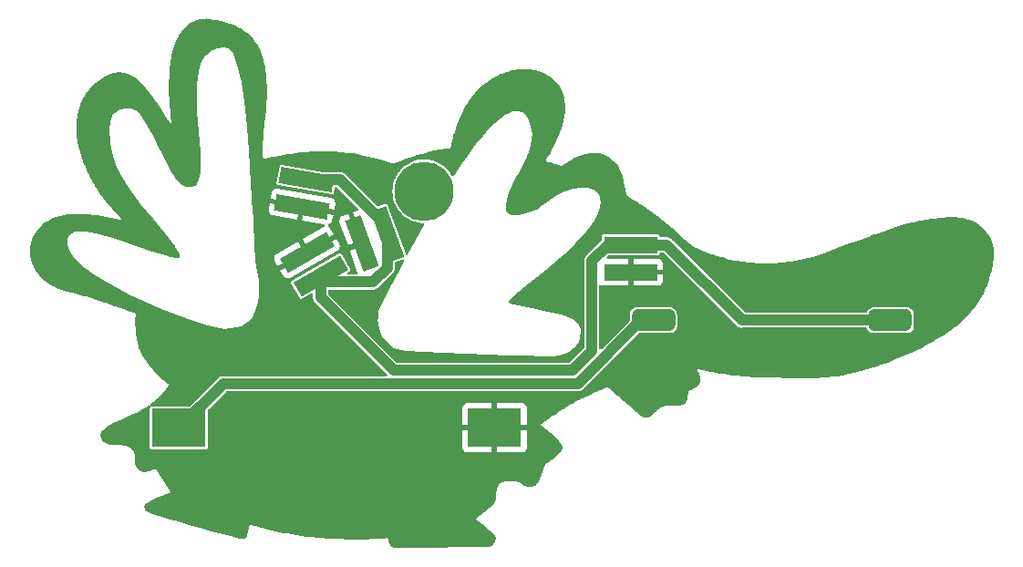
<source format=gbr>
%TF.GenerationSoftware,KiCad,Pcbnew,7.0.1*%
%TF.CreationDate,2023-04-19T20:31:54+02:00*%
%TF.ProjectId,axolotl,61786f6c-6f74-46c2-9e6b-696361645f70,rev?*%
%TF.SameCoordinates,Original*%
%TF.FileFunction,Copper,L2,Bot*%
%TF.FilePolarity,Positive*%
%FSLAX46Y46*%
G04 Gerber Fmt 4.6, Leading zero omitted, Abs format (unit mm)*
G04 Created by KiCad (PCBNEW 7.0.1) date 2023-04-19 20:31:54*
%MOMM*%
%LPD*%
G01*
G04 APERTURE LIST*
G04 Aperture macros list*
%AMRoundRect*
0 Rectangle with rounded corners*
0 $1 Rounding radius*
0 $2 $3 $4 $5 $6 $7 $8 $9 X,Y pos of 4 corners*
0 Add a 4 corners polygon primitive as box body*
4,1,4,$2,$3,$4,$5,$6,$7,$8,$9,$2,$3,0*
0 Add four circle primitives for the rounded corners*
1,1,$1+$1,$2,$3*
1,1,$1+$1,$4,$5*
1,1,$1+$1,$6,$7*
1,1,$1+$1,$8,$9*
0 Add four rect primitives between the rounded corners*
20,1,$1+$1,$2,$3,$4,$5,0*
20,1,$1+$1,$4,$5,$6,$7,0*
20,1,$1+$1,$6,$7,$8,$9,0*
20,1,$1+$1,$8,$9,$2,$3,0*%
%AMRotRect*
0 Rectangle, with rotation*
0 The origin of the aperture is its center*
0 $1 length*
0 $2 width*
0 $3 Rotation angle, in degrees counterclockwise*
0 Add horizontal line*
21,1,$1,$2,0,0,$3*%
G04 Aperture macros list end*
%TA.AperFunction,SMDPad,CuDef*%
%ADD10R,5.000000X3.600000*%
%TD*%
%TA.AperFunction,SMDPad,CuDef*%
%ADD11RoundRect,0.500000X1.500000X0.500000X-1.500000X0.500000X-1.500000X-0.500000X1.500000X-0.500000X0*%
%TD*%
%TA.AperFunction,WasherPad*%
%ADD12C,5.500000*%
%TD*%
%TA.AperFunction,SMDPad,CuDef*%
%ADD13RotRect,1.524000X5.000000X80.000000*%
%TD*%
%TA.AperFunction,SMDPad,CuDef*%
%ADD14RotRect,1.524000X5.000000X20.000000*%
%TD*%
%TA.AperFunction,SMDPad,CuDef*%
%ADD15RotRect,1.524000X5.000000X300.000000*%
%TD*%
%TA.AperFunction,SMDPad,CuDef*%
%ADD16R,5.000000X1.524000*%
%TD*%
%TA.AperFunction,Conductor*%
%ADD17C,1.000000*%
%TD*%
G04 APERTURE END LIST*
D10*
%TO.P,BT1,2,-*%
%TO.N,GND*%
X115750000Y-72600000D03*
%TO.P,BT1,1,+*%
%TO.N,+3V0*%
X86450000Y-72600000D03*
%TD*%
D11*
%TO.P,SW1,2*%
%TO.N,+3V0*%
X130500000Y-62600000D03*
%TO.P,SW1,1*%
%TO.N,VCC*%
X152500000Y-62600000D03*
%TD*%
D12*
%TO.P,REF\u002A\u002A,*%
%TO.N,*%
X109225000Y-50625000D03*
%TD*%
D13*
%TO.P,D1,1,K*%
%TO.N,GND*%
X97869528Y-52050706D03*
%TO.P,D1,2,A*%
%TO.N,VCC*%
X98310594Y-49549294D03*
%TD*%
D14*
%TO.P,D2,1,K*%
%TO.N,GND*%
X103406591Y-55470993D03*
%TO.P,D2,2,A*%
%TO.N,VCC*%
X105793410Y-54602262D03*
%TD*%
D15*
%TO.P,D3,1,K*%
%TO.N,GND*%
X98330000Y-56300296D03*
%TO.P,D3,2,A*%
%TO.N,VCC*%
X99600000Y-58500000D03*
%TD*%
D16*
%TO.P,D4,1,K*%
%TO.N,GND*%
X128400000Y-58140000D03*
%TO.P,D4,2,A*%
%TO.N,VCC*%
X128400000Y-55600000D03*
%TD*%
D17*
%TO.N,VCC*%
X99600000Y-58500000D02*
X99600000Y-60450000D01*
X99600000Y-60450000D02*
X106425000Y-67275000D01*
X106425000Y-67275000D02*
X123002944Y-67275000D01*
X124775000Y-57103000D02*
X126278000Y-55600000D01*
X123002944Y-67275000D02*
X124775000Y-65502944D01*
X124775000Y-65502944D02*
X124775000Y-57103000D01*
X126278000Y-55600000D02*
X128400000Y-55600000D01*
%TO.N,+3V0*%
X86450000Y-72600000D02*
X90550000Y-68500000D01*
X90550000Y-68500000D02*
X123475000Y-68500000D01*
X129375000Y-62600000D02*
X130500000Y-62600000D01*
X123475000Y-68500000D02*
X129375000Y-62600000D01*
%TO.N,VCC*%
X152500000Y-62600000D02*
X138725000Y-62600000D01*
X138725000Y-62600000D02*
X131725000Y-55600000D01*
X131725000Y-55600000D02*
X128400000Y-55600000D01*
X105793410Y-54602262D02*
X105793410Y-53968410D01*
X105793410Y-53968410D02*
X101374294Y-49549294D01*
X101374294Y-49549294D02*
X98310594Y-49549294D01*
X99600000Y-58500000D02*
X100157823Y-59057823D01*
X100157823Y-59057823D02*
X104469418Y-59057823D01*
X104469418Y-59057823D02*
X105793410Y-57733831D01*
X105793410Y-57733831D02*
X105793410Y-54602262D01*
%TD*%
%TA.AperFunction,Conductor*%
%TO.N,GND*%
G36*
X89025842Y-34599749D02*
G01*
X89097081Y-34603551D01*
X89111894Y-34605240D01*
X89165747Y-34614694D01*
X89183640Y-34619231D01*
X89223343Y-34632513D01*
X89242645Y-34640849D01*
X89246612Y-34642979D01*
X89261492Y-34653531D01*
X89266037Y-34655598D01*
X89266038Y-34655599D01*
X89289033Y-34666058D01*
X89296335Y-34669674D01*
X89303857Y-34673713D01*
X89303859Y-34673713D01*
X89306863Y-34675326D01*
X89310250Y-34675709D01*
X89310251Y-34675710D01*
X89315352Y-34676287D01*
X89318722Y-34676669D01*
X89326795Y-34677852D01*
X89351658Y-34682339D01*
X89351658Y-34682338D01*
X89356586Y-34683228D01*
X89374817Y-34683019D01*
X89669968Y-34716431D01*
X89674058Y-34716963D01*
X90001553Y-34765178D01*
X90005729Y-34765868D01*
X90319856Y-34823422D01*
X90324506Y-34824368D01*
X90625763Y-34891711D01*
X90630542Y-34892880D01*
X90918767Y-34969451D01*
X90923974Y-34970957D01*
X91199331Y-35057163D01*
X91204612Y-35058949D01*
X91467337Y-35154531D01*
X91472926Y-35156720D01*
X91723256Y-35261844D01*
X91728857Y-35264362D01*
X91857034Y-35325881D01*
X91967122Y-35378718D01*
X91973031Y-35381751D01*
X92198997Y-35505504D01*
X92204861Y-35508928D01*
X92221982Y-35519563D01*
X92419298Y-35642138D01*
X92425216Y-35646054D01*
X92627841Y-35788613D01*
X92633691Y-35792993D01*
X92825182Y-35945387D01*
X92830651Y-35950005D01*
X93011091Y-36111555D01*
X93016627Y-36116827D01*
X93065199Y-36166040D01*
X93186048Y-36288483D01*
X93191034Y-36293843D01*
X93350149Y-36475332D01*
X93354864Y-36481045D01*
X93455418Y-36610593D01*
X93460824Y-36617557D01*
X93463764Y-36621505D01*
X93495971Y-36666596D01*
X93566085Y-36764756D01*
X93568932Y-36768920D01*
X93606754Y-36826718D01*
X93666257Y-36917649D01*
X93668918Y-36921901D01*
X93761214Y-37076228D01*
X93763548Y-37080304D01*
X93851179Y-37240291D01*
X93853467Y-37244673D01*
X93935882Y-37410502D01*
X93937900Y-37414762D01*
X94015592Y-37587241D01*
X94017326Y-37591281D01*
X94090358Y-37770085D01*
X94091991Y-37774303D01*
X94159872Y-37959523D01*
X94161220Y-37963398D01*
X94224477Y-38155439D01*
X94225697Y-38159361D01*
X94264822Y-38293066D01*
X94284032Y-38358715D01*
X94285027Y-38362316D01*
X94338710Y-38568647D01*
X94339580Y-38572208D01*
X94388492Y-38785940D01*
X94389241Y-38789446D01*
X94433143Y-39010491D01*
X94433742Y-39013729D01*
X94472887Y-39242456D01*
X94473396Y-39245689D01*
X94507495Y-39482335D01*
X94507868Y-39485149D01*
X94537425Y-39729823D01*
X94537732Y-39732628D01*
X94562440Y-39985349D01*
X94562671Y-39988017D01*
X94582513Y-40249076D01*
X94582679Y-40251595D01*
X94597649Y-40521041D01*
X94597758Y-40523424D01*
X94607839Y-40801306D01*
X94607899Y-40803450D01*
X94613338Y-41090166D01*
X94613360Y-41092192D01*
X94614137Y-41387914D01*
X94614125Y-41389930D01*
X94609976Y-41694351D01*
X94609936Y-41696255D01*
X94600846Y-42009705D01*
X94600790Y-42011293D01*
X94587272Y-42334458D01*
X94587189Y-42336160D01*
X94568716Y-42668378D01*
X94568623Y-42669880D01*
X94545500Y-43011017D01*
X94545344Y-43013063D01*
X94485086Y-43726762D01*
X94484853Y-43729235D01*
X94405927Y-44483468D01*
X94405831Y-44484351D01*
X94334049Y-45125899D01*
X94332940Y-45130105D01*
X94330367Y-45158555D01*
X94330103Y-45161160D01*
X94326928Y-45189555D01*
X94327172Y-45193893D01*
X94281152Y-45702917D01*
X94279985Y-45707795D01*
X94278196Y-45735176D01*
X94277957Y-45738245D01*
X94275486Y-45765581D01*
X94275883Y-45770575D01*
X94248639Y-46187626D01*
X94247510Y-46192971D01*
X94246505Y-46219589D01*
X94246330Y-46222984D01*
X94244592Y-46249612D01*
X94245168Y-46255050D01*
X94232623Y-46587804D01*
X94231457Y-46594311D01*
X94231376Y-46618954D01*
X94231289Y-46623210D01*
X94230359Y-46647875D01*
X94231259Y-46654419D01*
X94230416Y-46910761D01*
X94229386Y-46918024D01*
X94230221Y-46941402D01*
X94230299Y-46946225D01*
X94230223Y-46969575D01*
X94231486Y-46976798D01*
X94238224Y-47165261D01*
X94237385Y-47173880D01*
X94239134Y-47194708D01*
X94239489Y-47200640D01*
X94240238Y-47221542D01*
X94242099Y-47229997D01*
X94252921Y-47358767D01*
X94252481Y-47368913D01*
X94255053Y-47386748D01*
X94255887Y-47394056D01*
X94257397Y-47412013D01*
X94260110Y-47421793D01*
X94268223Y-47478029D01*
X94268928Y-47501340D01*
X94274537Y-47525157D01*
X94276567Y-47535868D01*
X94278202Y-47547198D01*
X94282648Y-47559593D01*
X94284290Y-47566566D01*
X94290511Y-47576818D01*
X94298882Y-47585423D01*
X94298883Y-47585424D01*
X94305215Y-47588761D01*
X94328339Y-47604517D01*
X94330415Y-47606305D01*
X94333768Y-47609194D01*
X94333773Y-47609194D01*
X94344835Y-47613833D01*
X94356656Y-47615872D01*
X94356659Y-47615874D01*
X94363743Y-47614851D01*
X94376908Y-47614453D01*
X94382170Y-47613213D01*
X94382174Y-47613214D01*
X94388049Y-47611829D01*
X94398754Y-47609800D01*
X94421298Y-47606549D01*
X94421298Y-47606548D01*
X94422987Y-47606305D01*
X94444929Y-47598433D01*
X94743999Y-47527999D01*
X94746552Y-47527427D01*
X95223911Y-47426082D01*
X95226278Y-47425606D01*
X95818577Y-47312776D01*
X95820600Y-47312409D01*
X96152471Y-47254976D01*
X96153920Y-47254734D01*
X96507726Y-47197980D01*
X96509163Y-47197760D01*
X96882131Y-47142804D01*
X96883495Y-47142612D01*
X97272836Y-47090526D01*
X97274467Y-47090321D01*
X97677902Y-47042428D01*
X97679611Y-47042238D01*
X98094699Y-46999559D01*
X98096584Y-46999382D01*
X98520544Y-46962990D01*
X98522894Y-46962811D01*
X98953805Y-46934240D01*
X98956128Y-46934109D01*
X99391397Y-46914124D01*
X99394209Y-46914028D01*
X99831388Y-46903915D01*
X99834255Y-46903883D01*
X99988044Y-46903883D01*
X99989217Y-46903889D01*
X100263200Y-46906480D01*
X100265633Y-46906527D01*
X100537749Y-46914539D01*
X100539884Y-46914620D01*
X100810548Y-46927299D01*
X100812571Y-46927410D01*
X101081172Y-46944490D01*
X101083074Y-46944627D01*
X101349273Y-46966119D01*
X101351140Y-46966285D01*
X101598824Y-46990373D01*
X101614093Y-46991858D01*
X101616703Y-46992140D01*
X102135221Y-47053676D01*
X102138599Y-47054124D01*
X102640926Y-47127774D01*
X102643935Y-47128255D01*
X103127429Y-47211821D01*
X103130184Y-47212330D01*
X103592340Y-47303203D01*
X103594870Y-47303728D01*
X104031975Y-47399564D01*
X104034319Y-47400103D01*
X104443413Y-47498285D01*
X104445529Y-47498813D01*
X104789731Y-47588173D01*
X104823612Y-47596969D01*
X104825717Y-47597535D01*
X105169716Y-47693335D01*
X105171594Y-47693874D01*
X105478101Y-47784710D01*
X105479763Y-47785216D01*
X105746122Y-47868729D01*
X105747766Y-47869257D01*
X105969690Y-47942458D01*
X105972332Y-47943365D01*
X106193159Y-48022111D01*
X106254222Y-48043886D01*
X106279230Y-48056121D01*
X106285376Y-48060040D01*
X106308007Y-48058664D01*
X106319007Y-48058487D01*
X106341663Y-48059130D01*
X106347668Y-48055021D01*
X106372275Y-48041977D01*
X106668096Y-47925582D01*
X106670235Y-47924764D01*
X107169486Y-47739241D01*
X107171057Y-47738669D01*
X107474428Y-47630955D01*
X107475488Y-47630586D01*
X107808744Y-47516461D01*
X107809963Y-47516052D01*
X108167141Y-47398557D01*
X108168643Y-47398075D01*
X108544121Y-47280202D01*
X108545893Y-47279661D01*
X108934453Y-47164447D01*
X108936321Y-47163911D01*
X109332608Y-47054064D01*
X109335029Y-47053419D01*
X109733354Y-46951830D01*
X109736347Y-46951107D01*
X110130946Y-46861181D01*
X110134528Y-46860420D01*
X110521489Y-46784267D01*
X110524787Y-46783665D01*
X110711736Y-46752251D01*
X110713992Y-46751895D01*
X110897506Y-46724766D01*
X110900194Y-46724400D01*
X111078309Y-46702232D01*
X111081422Y-46701886D01*
X111253590Y-46684923D01*
X111257253Y-46684616D01*
X111422352Y-46673308D01*
X111426691Y-46673087D01*
X111564408Y-46668511D01*
X111590907Y-46670481D01*
X111599221Y-46672008D01*
X111618607Y-46662719D01*
X111629962Y-46657958D01*
X111650166Y-46650644D01*
X111650167Y-46650642D01*
X111650411Y-46650554D01*
X111652987Y-46648961D01*
X111656036Y-46646334D01*
X111657996Y-46644018D01*
X111658118Y-46643791D01*
X111658120Y-46643791D01*
X111668348Y-46624873D01*
X111674737Y-46614347D01*
X111679781Y-46606897D01*
X111686778Y-46596563D01*
X111686497Y-46588116D01*
X111688465Y-46561615D01*
X111713604Y-46424676D01*
X111714056Y-46422349D01*
X111754416Y-46225433D01*
X111754842Y-46223455D01*
X111806620Y-45992380D01*
X111807218Y-45989842D01*
X111871700Y-45728558D01*
X111872308Y-45726203D01*
X111949777Y-45438280D01*
X111950500Y-45435708D01*
X112041680Y-45125235D01*
X112042519Y-45122498D01*
X112147849Y-44793086D01*
X112148866Y-44790046D01*
X112269335Y-44445666D01*
X112270571Y-44442291D01*
X112406698Y-44086765D01*
X112408132Y-44083192D01*
X112560272Y-43720220D01*
X112562021Y-43716247D01*
X112731716Y-43348747D01*
X112733170Y-43345710D01*
X112823687Y-43163143D01*
X112824792Y-43160973D01*
X112920181Y-42978144D01*
X112921410Y-42975848D01*
X113021438Y-42794003D01*
X113022737Y-42791702D01*
X113127249Y-42611371D01*
X113128697Y-42608940D01*
X113237958Y-42430336D01*
X113239522Y-42427850D01*
X113353148Y-42251921D01*
X113354956Y-42249203D01*
X113473512Y-42076086D01*
X113475497Y-42073273D01*
X113477835Y-42070056D01*
X113598699Y-41903744D01*
X113600861Y-41900859D01*
X113729001Y-41735091D01*
X113731343Y-41732157D01*
X113864938Y-41569754D01*
X113866861Y-41567472D01*
X113956669Y-41463576D01*
X113958946Y-41461017D01*
X114052897Y-41358343D01*
X114056087Y-41354988D01*
X114261928Y-41146611D01*
X114266384Y-41142321D01*
X114490314Y-40937390D01*
X114494668Y-40933590D01*
X114736154Y-40732480D01*
X114740595Y-40728952D01*
X114999162Y-40533179D01*
X115002572Y-40530690D01*
X115136192Y-40436727D01*
X115138346Y-40435247D01*
X115276620Y-40342557D01*
X115278995Y-40341007D01*
X115420357Y-40251003D01*
X115422907Y-40249422D01*
X115567842Y-40162053D01*
X115570059Y-40160750D01*
X115717722Y-40075971D01*
X115720428Y-40074463D01*
X115870858Y-39993150D01*
X115873448Y-39991790D01*
X116026923Y-39913654D01*
X116029428Y-39912417D01*
X116185589Y-39837642D01*
X116188429Y-39836326D01*
X116346792Y-39765407D01*
X116349476Y-39764245D01*
X116509777Y-39697177D01*
X116512836Y-39695946D01*
X116675281Y-39633098D01*
X116678436Y-39631927D01*
X116842601Y-39573660D01*
X116845844Y-39572560D01*
X117011783Y-39518852D01*
X117014976Y-39517866D01*
X117182523Y-39468767D01*
X117186048Y-39467792D01*
X117354803Y-39423837D01*
X117358369Y-39422964D01*
X117528102Y-39384124D01*
X117532035Y-39383292D01*
X117702843Y-39350036D01*
X117706690Y-39349352D01*
X117878679Y-39321654D01*
X117882670Y-39321080D01*
X118055075Y-39299215D01*
X118059375Y-39298746D01*
X118232358Y-39282930D01*
X118236638Y-39282613D01*
X118409816Y-39272839D01*
X118414460Y-39272665D01*
X118588360Y-39269402D01*
X118592417Y-39269395D01*
X118727075Y-39271385D01*
X118730934Y-39271502D01*
X118864952Y-39277742D01*
X118868703Y-39277975D01*
X119001109Y-39288199D01*
X119004883Y-39288549D01*
X119135561Y-39302736D01*
X119139577Y-39303240D01*
X119268772Y-39321626D01*
X119272626Y-39322237D01*
X119400203Y-39344575D01*
X119404334Y-39345372D01*
X119530012Y-39371896D01*
X119533934Y-39372792D01*
X119657903Y-39403289D01*
X119661855Y-39404333D01*
X119783759Y-39438702D01*
X119787945Y-39439963D01*
X119907802Y-39478437D01*
X119912022Y-39479875D01*
X120030334Y-39522605D01*
X120034243Y-39524093D01*
X120150180Y-39570467D01*
X120154347Y-39572224D01*
X120267992Y-39622650D01*
X120272155Y-39624591D01*
X120290448Y-39633536D01*
X120383861Y-39679213D01*
X120387848Y-39681253D01*
X120478662Y-39729823D01*
X120497416Y-39739853D01*
X120501350Y-39742050D01*
X120608865Y-39804684D01*
X120612527Y-39806904D01*
X120715524Y-39871819D01*
X120772999Y-39908043D01*
X120777768Y-39911205D01*
X120929046Y-40016603D01*
X120933937Y-40020191D01*
X121077303Y-40130872D01*
X121081855Y-40134561D01*
X121138034Y-40182333D01*
X121217172Y-40249629D01*
X121221930Y-40253893D01*
X121348832Y-40373661D01*
X121353410Y-40378213D01*
X121472406Y-40502852D01*
X121476916Y-40507839D01*
X121587528Y-40637048D01*
X121591835Y-40642371D01*
X121694302Y-40776385D01*
X121698215Y-40781798D01*
X121792654Y-40920162D01*
X121796549Y-40926241D01*
X121882599Y-41069574D01*
X121885976Y-41075571D01*
X121964089Y-41223740D01*
X121967149Y-41229959D01*
X122037160Y-41382912D01*
X122039931Y-41389457D01*
X122101506Y-41547303D01*
X122103762Y-41553579D01*
X122117731Y-41595996D01*
X122150749Y-41696255D01*
X122157332Y-41716242D01*
X122159342Y-41722981D01*
X122204189Y-41890601D01*
X122205707Y-41896940D01*
X122242398Y-42070056D01*
X122243539Y-42076198D01*
X122275298Y-42274934D01*
X122276156Y-42281378D01*
X122297494Y-42481861D01*
X122298001Y-42488140D01*
X122309203Y-42690772D01*
X122309387Y-42696557D01*
X122311137Y-42901232D01*
X122311065Y-42906670D01*
X122303792Y-43112545D01*
X122303506Y-43117643D01*
X122287675Y-43324207D01*
X122287201Y-43329115D01*
X122262988Y-43536443D01*
X122262409Y-43540746D01*
X122230779Y-43748234D01*
X122230071Y-43752399D01*
X122191293Y-43959209D01*
X122190510Y-43963051D01*
X122145008Y-44169465D01*
X122144186Y-44172951D01*
X122092741Y-44377964D01*
X122091856Y-44381296D01*
X122034740Y-44584768D01*
X122033806Y-44587933D01*
X121971423Y-44789402D01*
X121970562Y-44792074D01*
X121904034Y-44990887D01*
X121903017Y-44993804D01*
X121832065Y-45189496D01*
X121831218Y-45191764D01*
X121757053Y-45384490D01*
X121756054Y-45387004D01*
X121678747Y-45575519D01*
X121677919Y-45577489D01*
X121598813Y-45761301D01*
X121597452Y-45764350D01*
X121432867Y-46120087D01*
X121431134Y-46123681D01*
X121263927Y-46456547D01*
X121262258Y-46459751D01*
X121096245Y-46767545D01*
X121094678Y-46770362D01*
X120934609Y-47049513D01*
X120933045Y-47052164D01*
X120783124Y-47299199D01*
X120781617Y-47301619D01*
X120646038Y-47513860D01*
X120644572Y-47516101D01*
X120551791Y-47654658D01*
X120539652Y-47666750D01*
X120539736Y-47666817D01*
X120527533Y-47682204D01*
X120525330Y-47688122D01*
X120519656Y-47699207D01*
X120516091Y-47711798D01*
X120512996Y-47721262D01*
X120504379Y-47744413D01*
X120504367Y-47750895D01*
X120512891Y-47774072D01*
X120515952Y-47783556D01*
X120522588Y-47807347D01*
X120526393Y-47812604D01*
X120527280Y-47813198D01*
X120527281Y-47813199D01*
X120535829Y-47818923D01*
X120546914Y-47826346D01*
X120554970Y-47832223D01*
X120565230Y-47840360D01*
X120576317Y-47846035D01*
X120581546Y-47849537D01*
X120581547Y-47849538D01*
X120600445Y-47854887D01*
X120600415Y-47854990D01*
X120617336Y-47857702D01*
X120720430Y-47896074D01*
X120725262Y-47898712D01*
X120738348Y-47903173D01*
X120738349Y-47903174D01*
X120750500Y-47907317D01*
X120753676Y-47908449D01*
X120765710Y-47912928D01*
X120765711Y-47912928D01*
X120778693Y-47917760D01*
X120784091Y-47918770D01*
X120894884Y-47956547D01*
X120900508Y-47959399D01*
X120912877Y-47963171D01*
X120912880Y-47963174D01*
X120924670Y-47966770D01*
X120928411Y-47967979D01*
X120940062Y-47971952D01*
X120952319Y-47976132D01*
X120958547Y-47977106D01*
X121222358Y-48057590D01*
X121227559Y-48060030D01*
X121240624Y-48063602D01*
X121240628Y-48063605D01*
X121252885Y-48066956D01*
X121256239Y-48067927D01*
X121268389Y-48071634D01*
X121268390Y-48071633D01*
X121281377Y-48075596D01*
X121287086Y-48076308D01*
X121513126Y-48138123D01*
X121514599Y-48138782D01*
X121532000Y-48143402D01*
X121532002Y-48143404D01*
X121546727Y-48147314D01*
X121547507Y-48147525D01*
X121579356Y-48156236D01*
X121580960Y-48156406D01*
X121789642Y-48211830D01*
X121791574Y-48212361D01*
X121815768Y-48219224D01*
X121824116Y-48222830D01*
X121843705Y-48227317D01*
X121849843Y-48228888D01*
X121859633Y-48231666D01*
X121859634Y-48231665D01*
X121869207Y-48234382D01*
X121878257Y-48235230D01*
X121893678Y-48238763D01*
X121896446Y-48239432D01*
X121910135Y-48242918D01*
X121923516Y-48249061D01*
X121963545Y-48261319D01*
X121972108Y-48264288D01*
X121979298Y-48267079D01*
X121979299Y-48267079D01*
X121985881Y-48269634D01*
X121997412Y-48271691D01*
X122002617Y-48273286D01*
X122002617Y-48273285D01*
X122002618Y-48273286D01*
X122015412Y-48273069D01*
X122027790Y-48269801D01*
X122027794Y-48269802D01*
X122032372Y-48266852D01*
X122042912Y-48261740D01*
X122048549Y-48257496D01*
X122048551Y-48257496D01*
X122054721Y-48252850D01*
X122062149Y-48247673D01*
X122069536Y-48242915D01*
X122082699Y-48234437D01*
X122082699Y-48234436D01*
X122085937Y-48232351D01*
X122100292Y-48218545D01*
X122246961Y-48108135D01*
X122250481Y-48105582D01*
X122368211Y-48023423D01*
X122370776Y-48021683D01*
X122507148Y-47931699D01*
X122509748Y-47930031D01*
X122662064Y-47835087D01*
X122665013Y-47833306D01*
X122831774Y-47735839D01*
X122834989Y-47734026D01*
X123014911Y-47636071D01*
X123018315Y-47634287D01*
X123210044Y-47537663D01*
X123213945Y-47535784D01*
X123415508Y-47443087D01*
X123420111Y-47441081D01*
X123630770Y-47354400D01*
X123635754Y-47352474D01*
X123853799Y-47273597D01*
X123859491Y-47271695D01*
X124083243Y-47202946D01*
X124089708Y-47201150D01*
X124319527Y-47144009D01*
X124324890Y-47142802D01*
X124438972Y-47119789D01*
X124442554Y-47119122D01*
X124558355Y-47099370D01*
X124562745Y-47098703D01*
X124678794Y-47083213D01*
X124682918Y-47082734D01*
X124799348Y-47071214D01*
X124804271Y-47070827D01*
X124920419Y-47063995D01*
X124925099Y-47063809D01*
X125040087Y-47061403D01*
X125046892Y-47061448D01*
X125208817Y-47067006D01*
X125217265Y-47067587D01*
X125375031Y-47083892D01*
X125382957Y-47084972D01*
X125537372Y-47111106D01*
X125545484Y-47112760D01*
X125696008Y-47148714D01*
X125703600Y-47150783D01*
X125849815Y-47195679D01*
X125857182Y-47198198D01*
X125998164Y-47251426D01*
X126005420Y-47254432D01*
X126140478Y-47315494D01*
X126147445Y-47318914D01*
X126237307Y-47366596D01*
X126277291Y-47387812D01*
X126283076Y-47391083D01*
X126298078Y-47400105D01*
X126367790Y-47442029D01*
X126386371Y-47453203D01*
X126390837Y-47456020D01*
X126490030Y-47521581D01*
X126493952Y-47524283D01*
X126587708Y-47591562D01*
X126592059Y-47594831D01*
X126680340Y-47664246D01*
X126684280Y-47667478D01*
X126767601Y-47738723D01*
X126771574Y-47742270D01*
X126849794Y-47815195D01*
X126853606Y-47818906D01*
X126927525Y-47894032D01*
X126930748Y-47897435D01*
X127000320Y-47973747D01*
X127003945Y-47977905D01*
X127069043Y-48056022D01*
X127071792Y-48059442D01*
X127133398Y-48138926D01*
X127136476Y-48143072D01*
X127193744Y-48223680D01*
X127196394Y-48227564D01*
X127249096Y-48308041D01*
X127252502Y-48313552D01*
X127351142Y-48482859D01*
X127355160Y-48490332D01*
X127440135Y-48662233D01*
X127443164Y-48668840D01*
X127517197Y-48843715D01*
X127519647Y-48849969D01*
X127583450Y-49026788D01*
X127585327Y-49032408D01*
X127640206Y-49210760D01*
X127641517Y-49215331D01*
X127689027Y-49393812D01*
X127690024Y-49397825D01*
X127731060Y-49575639D01*
X127731711Y-49578628D01*
X127767681Y-49754144D01*
X127768176Y-49756695D01*
X127831119Y-50100279D01*
X127831242Y-50100957D01*
X127886798Y-50414030D01*
X127887058Y-50421032D01*
X127889627Y-50432935D01*
X127889627Y-50432937D01*
X127892114Y-50444463D01*
X127892987Y-50448907D01*
X127897177Y-50472514D01*
X127899588Y-50479097D01*
X127921014Y-50578374D01*
X127921702Y-50587003D01*
X127927100Y-50607244D01*
X127928497Y-50613040D01*
X127932908Y-50633485D01*
X127936229Y-50641478D01*
X127960476Y-50732400D01*
X127962228Y-50744576D01*
X127966712Y-50757277D01*
X127969596Y-50766601D01*
X127973064Y-50779605D01*
X127978491Y-50790638D01*
X128006210Y-50869150D01*
X128008915Y-50881146D01*
X128014371Y-50893422D01*
X128017982Y-50902494D01*
X128022465Y-50915191D01*
X128028747Y-50925770D01*
X128032340Y-50933855D01*
X128035947Y-50945507D01*
X128042446Y-50957516D01*
X128046705Y-50966174D01*
X128052259Y-50978671D01*
X128059295Y-50988647D01*
X128062019Y-50993680D01*
X128066937Y-51005886D01*
X128073253Y-51015442D01*
X128078857Y-51024790D01*
X128084314Y-51034873D01*
X128092761Y-51044961D01*
X128096260Y-51050256D01*
X128103502Y-51063944D01*
X128106859Y-51067901D01*
X128115751Y-51079751D01*
X128118611Y-51084079D01*
X128129720Y-51094850D01*
X128135224Y-51101339D01*
X128144804Y-51114843D01*
X128145856Y-51115778D01*
X128158078Y-51128280D01*
X128158994Y-51129360D01*
X128172283Y-51139248D01*
X128180557Y-51146596D01*
X128193216Y-51159617D01*
X128193543Y-51160007D01*
X128203791Y-51167674D01*
X128204256Y-51167878D01*
X128220309Y-51176342D01*
X128221487Y-51177078D01*
X128230987Y-51184710D01*
X128236779Y-51187733D01*
X128236780Y-51187734D01*
X128242959Y-51190958D01*
X128243168Y-51191068D01*
X128251515Y-51195846D01*
X128263171Y-51203131D01*
X128274552Y-51207449D01*
X128347663Y-51245611D01*
X128352846Y-51248477D01*
X128583057Y-51383042D01*
X128585886Y-51384746D01*
X128943692Y-51606883D01*
X128946170Y-51608463D01*
X129202224Y-51775963D01*
X129238968Y-51800000D01*
X129418015Y-51917125D01*
X129419705Y-51918250D01*
X129681782Y-52095946D01*
X129694089Y-52104290D01*
X129695293Y-52105117D01*
X129968642Y-52295292D01*
X129994065Y-52312979D01*
X129995205Y-52313782D01*
X130316916Y-52543200D01*
X130318054Y-52544023D01*
X130660844Y-52794792D01*
X130662015Y-52795660D01*
X131012333Y-53058774D01*
X131024436Y-53067864D01*
X131025699Y-53068825D01*
X131038141Y-53078423D01*
X131406725Y-53362741D01*
X131407983Y-53363724D01*
X131622366Y-53533543D01*
X131797951Y-53672629D01*
X131805790Y-53678838D01*
X131807057Y-53679855D01*
X132217873Y-54014207D01*
X132222092Y-54017801D01*
X132543490Y-54304305D01*
X132547661Y-54308023D01*
X132549625Y-54309813D01*
X132643012Y-54396740D01*
X132720448Y-54468819D01*
X132722508Y-54470782D01*
X132868428Y-54613016D01*
X132873675Y-54618130D01*
X132876568Y-54621913D01*
X132896982Y-54640897D01*
X132899088Y-54642902D01*
X132919070Y-54662379D01*
X132922986Y-54665077D01*
X133260353Y-54978803D01*
X133263121Y-54982258D01*
X133284380Y-55001187D01*
X133286362Y-55002990D01*
X133307197Y-55022364D01*
X133310890Y-55024789D01*
X133460162Y-55157694D01*
X133463068Y-55161162D01*
X133484572Y-55179469D01*
X133486645Y-55181274D01*
X133507779Y-55200090D01*
X133511613Y-55202489D01*
X133661518Y-55330105D01*
X133665545Y-55334657D01*
X133675843Y-55342884D01*
X133675844Y-55342886D01*
X133685536Y-55350629D01*
X133688517Y-55353088D01*
X133708027Y-55369697D01*
X133713270Y-55372787D01*
X133862385Y-55491920D01*
X133867486Y-55497294D01*
X133886190Y-55511063D01*
X133890081Y-55514047D01*
X133908250Y-55528564D01*
X133914762Y-55532098D01*
X134061025Y-55639778D01*
X134067821Y-55646300D01*
X134075821Y-55651551D01*
X134075822Y-55651552D01*
X134084082Y-55656974D01*
X134089540Y-55660771D01*
X134105231Y-55672323D01*
X134113709Y-55676425D01*
X134206063Y-55737056D01*
X134253528Y-55768217D01*
X134260164Y-55773961D01*
X134277989Y-55784453D01*
X134283120Y-55787644D01*
X134291856Y-55793379D01*
X134291857Y-55793379D01*
X134300448Y-55799019D01*
X134308539Y-55802433D01*
X134348378Y-55825881D01*
X134354870Y-55830987D01*
X134374041Y-55841132D01*
X134378930Y-55843862D01*
X134388271Y-55849360D01*
X134388273Y-55849360D01*
X134397633Y-55854869D01*
X134405370Y-55857712D01*
X134443227Y-55877747D01*
X134451915Y-55883849D01*
X134467474Y-55890861D01*
X134474529Y-55894314D01*
X134489616Y-55902299D01*
X134499766Y-55905416D01*
X134739249Y-56013356D01*
X134825095Y-56052049D01*
X134829708Y-56054985D01*
X134854302Y-56065265D01*
X134857439Y-56066627D01*
X134881787Y-56077602D01*
X134887084Y-56078969D01*
X135211464Y-56214569D01*
X135216301Y-56217461D01*
X135240943Y-56226947D01*
X135244222Y-56228263D01*
X135268582Y-56238446D01*
X135274069Y-56239699D01*
X135594999Y-56363250D01*
X135601415Y-56365720D01*
X135606127Y-56368361D01*
X135619235Y-56373002D01*
X135619238Y-56373005D01*
X135631449Y-56377329D01*
X135634481Y-56378449D01*
X135646537Y-56383091D01*
X135646539Y-56383091D01*
X135659537Y-56388095D01*
X135664831Y-56389150D01*
X135994982Y-56506063D01*
X135999959Y-56508674D01*
X136012970Y-56512869D01*
X136012972Y-56512871D01*
X136023884Y-56516389D01*
X136025096Y-56516780D01*
X136028442Y-56517912D01*
X136053323Y-56526724D01*
X136058858Y-56527668D01*
X136347525Y-56620755D01*
X136391907Y-56635067D01*
X136396865Y-56637493D01*
X136410098Y-56641357D01*
X136410100Y-56641358D01*
X136422379Y-56644943D01*
X136425618Y-56645938D01*
X136437854Y-56649884D01*
X136437854Y-56649883D01*
X136451008Y-56654126D01*
X136456478Y-56654900D01*
X136792356Y-56752985D01*
X136797448Y-56755302D01*
X136810709Y-56758770D01*
X136810711Y-56758772D01*
X136823065Y-56762003D01*
X136826421Y-56762932D01*
X136838653Y-56766505D01*
X136838654Y-56766504D01*
X136851829Y-56770353D01*
X136857382Y-56770981D01*
X137195859Y-56859529D01*
X137200810Y-56861620D01*
X137214384Y-56864781D01*
X137214385Y-56864782D01*
X137226956Y-56867710D01*
X137230177Y-56868507D01*
X137256145Y-56875301D01*
X137261503Y-56875758D01*
X137602695Y-56955242D01*
X137607888Y-56957268D01*
X137621344Y-56960005D01*
X137621346Y-56960007D01*
X137633896Y-56962560D01*
X137637231Y-56963288D01*
X137649682Y-56966189D01*
X137649684Y-56966188D01*
X137663092Y-56969312D01*
X137668650Y-56969631D01*
X138012534Y-57039605D01*
X138017541Y-57041402D01*
X138031339Y-57043827D01*
X138031342Y-57043829D01*
X138044080Y-57046068D01*
X138047260Y-57046671D01*
X138059980Y-57049260D01*
X138059980Y-57049259D01*
X138073714Y-57052055D01*
X138079037Y-57052214D01*
X138425463Y-57113126D01*
X138430708Y-57114849D01*
X138444352Y-57116857D01*
X138444355Y-57116859D01*
X138457094Y-57118734D01*
X138460379Y-57119265D01*
X138473020Y-57121489D01*
X138473021Y-57121488D01*
X138486632Y-57123883D01*
X138492151Y-57123898D01*
X138841193Y-57175313D01*
X138846347Y-57176851D01*
X138860202Y-57178510D01*
X138860203Y-57178511D01*
X138873000Y-57180044D01*
X138876257Y-57180478D01*
X138889062Y-57182365D01*
X138889064Y-57182364D01*
X138902876Y-57184399D01*
X138908255Y-57184267D01*
X139259934Y-57226397D01*
X139265199Y-57227813D01*
X139278996Y-57229082D01*
X139278997Y-57229083D01*
X139291767Y-57230258D01*
X139295129Y-57230614D01*
X139307909Y-57232145D01*
X139307909Y-57232144D01*
X139321702Y-57233797D01*
X139327145Y-57233514D01*
X139681380Y-57266120D01*
X139686425Y-57267334D01*
X139700545Y-57268264D01*
X139700546Y-57268265D01*
X139713498Y-57269119D01*
X139716644Y-57269366D01*
X139729681Y-57270567D01*
X139729683Y-57270566D01*
X139743799Y-57271866D01*
X139748976Y-57271459D01*
X139773511Y-57273077D01*
X140105615Y-57294984D01*
X140110862Y-57296101D01*
X140124830Y-57296644D01*
X140124831Y-57296645D01*
X140137738Y-57297147D01*
X140140999Y-57297318D01*
X140153919Y-57298171D01*
X140153921Y-57298170D01*
X140167860Y-57299090D01*
X140173189Y-57298530D01*
X140532163Y-57312524D01*
X140537284Y-57313473D01*
X140551406Y-57313654D01*
X140551407Y-57313655D01*
X140564392Y-57313822D01*
X140567600Y-57313905D01*
X140580610Y-57314413D01*
X140580611Y-57314412D01*
X140594747Y-57314964D01*
X140599915Y-57314280D01*
X140961118Y-57318943D01*
X140965537Y-57319653D01*
X140980459Y-57319517D01*
X140980460Y-57319518D01*
X140993954Y-57319396D01*
X140996596Y-57319400D01*
X141010094Y-57319576D01*
X141010095Y-57319575D01*
X141025035Y-57319769D01*
X141029445Y-57319078D01*
X141255486Y-57317050D01*
X141259285Y-57317581D01*
X141274847Y-57317153D01*
X141274850Y-57317154D01*
X141288784Y-57316771D01*
X141290900Y-57316732D01*
X141304821Y-57316608D01*
X141304822Y-57316607D01*
X141320444Y-57316468D01*
X141324219Y-57315798D01*
X141544038Y-57309764D01*
X141547812Y-57310221D01*
X141563449Y-57309505D01*
X141563452Y-57309506D01*
X141577391Y-57308867D01*
X141579431Y-57308792D01*
X141593428Y-57308409D01*
X141593430Y-57308408D01*
X141609070Y-57307980D01*
X141612795Y-57307248D01*
X141826795Y-57297458D01*
X141830372Y-57297827D01*
X141846177Y-57296830D01*
X141846181Y-57296831D01*
X141860197Y-57295946D01*
X141862128Y-57295841D01*
X141876238Y-57295197D01*
X141876240Y-57295195D01*
X141892142Y-57294469D01*
X141895663Y-57293710D01*
X142103065Y-57280638D01*
X142106415Y-57280928D01*
X142122488Y-57279655D01*
X142122490Y-57279656D01*
X142136533Y-57278544D01*
X142138452Y-57278407D01*
X142152640Y-57277514D01*
X142152642Y-57277513D01*
X142168737Y-57276499D01*
X142172008Y-57275738D01*
X142373441Y-57259804D01*
X142376960Y-57260052D01*
X142392852Y-57258524D01*
X142392854Y-57258525D01*
X142406869Y-57257177D01*
X142408865Y-57257003D01*
X142422877Y-57255895D01*
X142422879Y-57255894D01*
X142438756Y-57254638D01*
X142442177Y-57253785D01*
X142637155Y-57235048D01*
X142640490Y-57235227D01*
X142656559Y-57233424D01*
X142656562Y-57233425D01*
X142670665Y-57231843D01*
X142672453Y-57231656D01*
X142686637Y-57230294D01*
X142686638Y-57230293D01*
X142702710Y-57228749D01*
X142705931Y-57227888D01*
X142893809Y-57206819D01*
X142897080Y-57206943D01*
X142913150Y-57204886D01*
X142913153Y-57204887D01*
X142927326Y-57203073D01*
X142928966Y-57202876D01*
X142943208Y-57201280D01*
X142943209Y-57201279D01*
X142959345Y-57199471D01*
X142962495Y-57198575D01*
X143144435Y-57175304D01*
X143149044Y-57175390D01*
X143163643Y-57173184D01*
X143163647Y-57173185D01*
X143176976Y-57171171D01*
X143179626Y-57170802D01*
X143192920Y-57169103D01*
X143192921Y-57169102D01*
X143207582Y-57167228D01*
X143211983Y-57165886D01*
X143621768Y-57104010D01*
X143627333Y-57103973D01*
X143640847Y-57101541D01*
X143640849Y-57101542D01*
X143653421Y-57099280D01*
X143656837Y-57098716D01*
X143683077Y-57094754D01*
X143688362Y-57092994D01*
X144067893Y-57024724D01*
X144073226Y-57024543D01*
X144086951Y-57021692D01*
X144086956Y-57021693D01*
X144099636Y-57019059D01*
X144102810Y-57018444D01*
X144115564Y-57016151D01*
X144115565Y-57016150D01*
X144129365Y-57013668D01*
X144134385Y-57011842D01*
X144481194Y-56939822D01*
X144486339Y-56939512D01*
X144500152Y-56936269D01*
X144500155Y-56936270D01*
X144512935Y-56933270D01*
X144515892Y-56932616D01*
X144528713Y-56929955D01*
X144528716Y-56929952D01*
X144542617Y-56927067D01*
X144547406Y-56925182D01*
X144859365Y-56851986D01*
X144864129Y-56851580D01*
X144878240Y-56847914D01*
X144878242Y-56847915D01*
X144891135Y-56844566D01*
X144893922Y-56843877D01*
X144906843Y-56840847D01*
X144906843Y-56840846D01*
X144921055Y-56837513D01*
X144925455Y-56835655D01*
X145201170Y-56764062D01*
X145205691Y-56763573D01*
X145219986Y-56759517D01*
X145219987Y-56759518D01*
X145232960Y-56755838D01*
X145235474Y-56755154D01*
X145248544Y-56751762D01*
X145248547Y-56751760D01*
X145262936Y-56748025D01*
X145267079Y-56746162D01*
X145504007Y-56678971D01*
X145508228Y-56678422D01*
X145522737Y-56673979D01*
X145522741Y-56673980D01*
X145535762Y-56669993D01*
X145538170Y-56669284D01*
X145565881Y-56661425D01*
X145569731Y-56659593D01*
X145766507Y-56599351D01*
X145770387Y-56598769D01*
X145785159Y-56593938D01*
X145785161Y-56593938D01*
X145798367Y-56589619D01*
X145800420Y-56588969D01*
X145813700Y-56584905D01*
X145813702Y-56584902D01*
X145828550Y-56580359D01*
X145832046Y-56578609D01*
X145987446Y-56527805D01*
X145992340Y-56526961D01*
X146005914Y-56522149D01*
X146005917Y-56522149D01*
X146018363Y-56517736D01*
X146021120Y-56516797D01*
X146033701Y-56512685D01*
X146033703Y-56512683D01*
X146047417Y-56508200D01*
X146051809Y-56505880D01*
X146290586Y-56421241D01*
X146292996Y-56420780D01*
X146309022Y-56414892D01*
X146309025Y-56414892D01*
X146322964Y-56409770D01*
X146324010Y-56409393D01*
X146337894Y-56404473D01*
X146337895Y-56404471D01*
X146354056Y-56398745D01*
X146356191Y-56397566D01*
X146402097Y-56380705D01*
X146403775Y-56380368D01*
X146420517Y-56374068D01*
X146420520Y-56374068D01*
X146434705Y-56368730D01*
X146435350Y-56368490D01*
X146449621Y-56363250D01*
X146449622Y-56363248D01*
X146466547Y-56357033D01*
X146468036Y-56356190D01*
X146755953Y-56247875D01*
X146758025Y-56247441D01*
X146774360Y-56241112D01*
X146774363Y-56241112D01*
X146788351Y-56235692D01*
X146789114Y-56235401D01*
X146803185Y-56230108D01*
X146803188Y-56230105D01*
X146819579Y-56223939D01*
X146821406Y-56222886D01*
X147576486Y-55930364D01*
X148687073Y-55505012D01*
X148687568Y-55504825D01*
X149328744Y-55263503D01*
X150009223Y-55011077D01*
X150009439Y-55010997D01*
X150714320Y-54754656D01*
X150715199Y-54754340D01*
X150731598Y-54748520D01*
X151431445Y-54500147D01*
X151432487Y-54499783D01*
X152145232Y-54254444D01*
X152146336Y-54254071D01*
X152842323Y-54023820D01*
X152844015Y-54023275D01*
X153508833Y-53814901D01*
X153510399Y-53814423D01*
X153825977Y-53720505D01*
X153827159Y-53720160D01*
X154129983Y-53634049D01*
X154131446Y-53633644D01*
X154419059Y-53556101D01*
X154421185Y-53555548D01*
X154691773Y-53487837D01*
X154694139Y-53487270D01*
X154945602Y-53429676D01*
X154948866Y-53428976D01*
X155178729Y-53382851D01*
X155182897Y-53382088D01*
X155903241Y-53263248D01*
X155904284Y-53263081D01*
X156273730Y-53206022D01*
X156275359Y-53205782D01*
X156646893Y-53153821D01*
X156649217Y-53153519D01*
X157020946Y-53108995D01*
X157024049Y-53108663D01*
X157393442Y-53074098D01*
X157397235Y-53073803D01*
X157763078Y-53051130D01*
X157766593Y-53050964D01*
X157945527Y-53045110D01*
X157948006Y-53045055D01*
X158125530Y-53043019D01*
X158128881Y-53043026D01*
X158368807Y-53046852D01*
X158373003Y-53046990D01*
X158604384Y-53058660D01*
X158608903Y-53058972D01*
X158831754Y-53078426D01*
X158836604Y-53078947D01*
X159051780Y-53106411D01*
X159056690Y-53107140D01*
X159264338Y-53142292D01*
X159269623Y-53143308D01*
X159469436Y-53186321D01*
X159474915Y-53187632D01*
X159667723Y-53238449D01*
X159673538Y-53240135D01*
X159859193Y-53298960D01*
X159865028Y-53300970D01*
X160028848Y-53362063D01*
X160044425Y-53367872D01*
X160050216Y-53370199D01*
X160223182Y-53444822D01*
X160229152Y-53447589D01*
X160389821Y-53527330D01*
X160395997Y-53530395D01*
X160401927Y-53533542D01*
X160563005Y-53624671D01*
X160568630Y-53628053D01*
X160713557Y-53720549D01*
X160724657Y-53727633D01*
X160730108Y-53731320D01*
X160791020Y-53774913D01*
X160880912Y-53839247D01*
X160886227Y-53843271D01*
X161032165Y-53960070D01*
X161036932Y-53964086D01*
X161177841Y-54088981D01*
X161183139Y-54093964D01*
X161223758Y-54134483D01*
X161282486Y-54193068D01*
X161286311Y-54197057D01*
X161358794Y-54276114D01*
X161380732Y-54300041D01*
X161384465Y-54304305D01*
X161472698Y-54409841D01*
X161476392Y-54414480D01*
X161558443Y-54522748D01*
X161562064Y-54527783D01*
X161638003Y-54639143D01*
X161641204Y-54644084D01*
X161651101Y-54660193D01*
X161711687Y-54758801D01*
X161714662Y-54763912D01*
X161729817Y-54791440D01*
X161779393Y-54881495D01*
X161782275Y-54887061D01*
X161825097Y-54975180D01*
X161840791Y-55007476D01*
X161843385Y-55013176D01*
X161896281Y-55137652D01*
X161898452Y-55143117D01*
X161945828Y-55271151D01*
X161947831Y-55277011D01*
X161989187Y-55408624D01*
X161990771Y-55414100D01*
X162026700Y-55549991D01*
X162028038Y-55555575D01*
X162058141Y-55695321D01*
X162059195Y-55700811D01*
X162083551Y-55845222D01*
X162084301Y-55850313D01*
X162103051Y-55998831D01*
X162103608Y-56004164D01*
X162116236Y-56157186D01*
X162116535Y-56161904D01*
X162123512Y-56319615D01*
X162123629Y-56324142D01*
X162124877Y-56486598D01*
X162124825Y-56491268D01*
X162119815Y-56658343D01*
X162119626Y-56662418D01*
X162108803Y-56834319D01*
X162108487Y-56838308D01*
X162091568Y-57015578D01*
X162091166Y-57019220D01*
X162068376Y-57201029D01*
X162067878Y-57204586D01*
X162038927Y-57391497D01*
X162038367Y-57394813D01*
X162003214Y-57587131D01*
X162002623Y-57590151D01*
X161961501Y-57787328D01*
X161960863Y-57790217D01*
X161913488Y-57993034D01*
X161912841Y-57995670D01*
X161859492Y-58203426D01*
X161858801Y-58206003D01*
X161799151Y-58419147D01*
X161798498Y-58421399D01*
X161732821Y-58640063D01*
X161732113Y-58642339D01*
X161660158Y-58866193D01*
X161659504Y-58868172D01*
X161581487Y-59097573D01*
X161580811Y-59099508D01*
X161496837Y-59333655D01*
X161495767Y-59336526D01*
X161397119Y-59591575D01*
X161395232Y-59596176D01*
X161286493Y-59846938D01*
X161284471Y-59851362D01*
X161164920Y-60099872D01*
X161162787Y-60104098D01*
X161032694Y-60350023D01*
X161030449Y-60354080D01*
X160960800Y-60474576D01*
X160889793Y-60597424D01*
X160887470Y-60601280D01*
X160736183Y-60842366D01*
X160733746Y-60846098D01*
X160571905Y-61084519D01*
X160569385Y-61088094D01*
X160396624Y-61324232D01*
X160394070Y-61327602D01*
X160210573Y-61561258D01*
X160208033Y-61564385D01*
X160014173Y-61795375D01*
X160011509Y-61798447D01*
X159806543Y-62027013D01*
X159804020Y-62029742D01*
X159588585Y-62255960D01*
X159585968Y-62258626D01*
X159359805Y-62482217D01*
X159357252Y-62484671D01*
X159120505Y-62705719D01*
X159117924Y-62708061D01*
X158870414Y-62926466D01*
X158867921Y-62928608D01*
X158609590Y-63144658D01*
X158607068Y-63146712D01*
X158338129Y-63359900D01*
X158335719Y-63361762D01*
X158055898Y-63572595D01*
X158053565Y-63574311D01*
X157763458Y-63782453D01*
X157761088Y-63784112D01*
X157460177Y-63989547D01*
X157457903Y-63991063D01*
X157146332Y-64193856D01*
X157144112Y-64195267D01*
X156822024Y-64395307D01*
X156819860Y-64396621D01*
X156487094Y-64593996D01*
X156484953Y-64595237D01*
X156141323Y-64789890D01*
X156139404Y-64790955D01*
X155785649Y-64983156D01*
X155783562Y-64984264D01*
X155419093Y-65173381D01*
X155417189Y-65174348D01*
X155042283Y-65360759D01*
X155040405Y-65361673D01*
X154655014Y-65545266D01*
X154653236Y-65546096D01*
X154268871Y-65721611D01*
X154257094Y-65726989D01*
X154255353Y-65727767D01*
X153848880Y-65905874D01*
X153847191Y-65906599D01*
X153430534Y-66081855D01*
X153428871Y-66082541D01*
X153001276Y-66255141D01*
X152999846Y-66255708D01*
X152639682Y-66395916D01*
X152638462Y-66396383D01*
X152286213Y-66529255D01*
X152284740Y-66529800D01*
X151940141Y-66654825D01*
X151938902Y-66655268D01*
X151601842Y-66773524D01*
X151600308Y-66774050D01*
X151270565Y-66884917D01*
X151269229Y-66885358D01*
X150946668Y-66989754D01*
X150945199Y-66990219D01*
X150629792Y-67087987D01*
X150628214Y-67088465D01*
X150319305Y-67179733D01*
X150317855Y-67180152D01*
X150015731Y-67265432D01*
X150014048Y-67265894D01*
X149718425Y-67344865D01*
X149716928Y-67345255D01*
X149427080Y-67418821D01*
X149425530Y-67419204D01*
X149143006Y-67487051D01*
X149140501Y-67487625D01*
X148590536Y-67607701D01*
X148587332Y-67608357D01*
X148059862Y-67709024D01*
X148056544Y-67709610D01*
X147550111Y-67792069D01*
X147546841Y-67792557D01*
X147059203Y-67858665D01*
X147056007Y-67859056D01*
X146585964Y-67910389D01*
X146583015Y-67910676D01*
X146128884Y-67949319D01*
X146125970Y-67949532D01*
X145686471Y-67976515D01*
X145683927Y-67976645D01*
X145257498Y-67994044D01*
X145255237Y-67994116D01*
X144840040Y-68003475D01*
X144838043Y-68003503D01*
X144433666Y-68006101D01*
X144431515Y-68006097D01*
X144050290Y-68001935D01*
X144048653Y-68001906D01*
X143680325Y-67993019D01*
X143680324Y-67993018D01*
X143605015Y-67991153D01*
X143354672Y-67984950D01*
X143351954Y-67984468D01*
X143320714Y-67984097D01*
X143319125Y-67984068D01*
X143288033Y-67983299D01*
X143285305Y-67983679D01*
X142968139Y-67979929D01*
X142963970Y-67979810D01*
X142666111Y-67966260D01*
X142661586Y-67965384D01*
X142633490Y-67964744D01*
X142630688Y-67964648D01*
X142602625Y-67963372D01*
X142598037Y-67963938D01*
X142329952Y-67957841D01*
X142326327Y-67957215D01*
X142296630Y-67957063D01*
X142294449Y-67957033D01*
X142264784Y-67956359D01*
X142261148Y-67956882D01*
X141660406Y-67953819D01*
X141659293Y-67953642D01*
X141641049Y-67953642D01*
X141625660Y-67953642D01*
X141625028Y-67953640D01*
X141591312Y-67953468D01*
X141590195Y-67953642D01*
X141457399Y-67953642D01*
X141259191Y-67953642D01*
X141257747Y-67953634D01*
X140765737Y-67947903D01*
X140763085Y-67947843D01*
X140275682Y-67931733D01*
X140273174Y-67931625D01*
X139790505Y-67905881D01*
X139788251Y-67905740D01*
X139312375Y-67871657D01*
X139310236Y-67871485D01*
X138842520Y-67829840D01*
X138840533Y-67829647D01*
X138383095Y-67781483D01*
X138381265Y-67781277D01*
X137935122Y-67727594D01*
X137933559Y-67727395D01*
X137501154Y-67669533D01*
X137499627Y-67669318D01*
X137082267Y-67607796D01*
X137080896Y-67607586D01*
X136680555Y-67543991D01*
X136679136Y-67543758D01*
X136297235Y-67478543D01*
X136296236Y-67478367D01*
X135934669Y-67413196D01*
X135933135Y-67412909D01*
X135276923Y-67285481D01*
X135275134Y-67285120D01*
X135243197Y-67278429D01*
X135039573Y-67235768D01*
X134770133Y-67179318D01*
X134752517Y-67174243D01*
X134735582Y-67167974D01*
X134721639Y-67167412D01*
X134704938Y-67165340D01*
X134704636Y-67165373D01*
X134686335Y-67165988D01*
X134670326Y-67165342D01*
X134662792Y-67167458D01*
X134655644Y-67170666D01*
X134643774Y-67181417D01*
X134629322Y-67192680D01*
X134615986Y-67201571D01*
X134611136Y-67207709D01*
X134607237Y-67214508D01*
X134603953Y-67230185D01*
X134598882Y-67247789D01*
X134593319Y-67262818D01*
X134593004Y-67270639D01*
X134593846Y-67278430D01*
X134600402Y-67293040D01*
X134606648Y-67310265D01*
X134606728Y-67310552D01*
X134614870Y-67325282D01*
X134620583Y-67338013D01*
X134632701Y-67351392D01*
X134643970Y-67365852D01*
X134679230Y-67418742D01*
X134682641Y-67424156D01*
X134738645Y-67518354D01*
X134742543Y-67525424D01*
X134791029Y-67620574D01*
X134795178Y-67629593D01*
X134834686Y-67725381D01*
X134838611Y-67736326D01*
X134867833Y-67831673D01*
X134871116Y-67844964D01*
X134882462Y-67904951D01*
X134887805Y-67933206D01*
X134889681Y-67943121D01*
X134891301Y-67954609D01*
X134895380Y-67998187D01*
X134895880Y-68006604D01*
X134897059Y-68053163D01*
X134896969Y-68061977D01*
X134894804Y-68109233D01*
X134894119Y-68117752D01*
X134888406Y-68167334D01*
X134887375Y-68174455D01*
X134876617Y-68236107D01*
X134874159Y-68247179D01*
X134858835Y-68303814D01*
X134855327Y-68314744D01*
X134834458Y-68370721D01*
X134830040Y-68381101D01*
X134803372Y-68436610D01*
X134798170Y-68446311D01*
X134765097Y-68501905D01*
X134759686Y-68510224D01*
X134720157Y-68565980D01*
X134714200Y-68573717D01*
X134668245Y-68628779D01*
X134662122Y-68635588D01*
X134608980Y-68690464D01*
X134602874Y-68696352D01*
X134542919Y-68750334D01*
X134536730Y-68755551D01*
X134469426Y-68808625D01*
X134463648Y-68812915D01*
X134388881Y-68865137D01*
X134383082Y-68868951D01*
X134301246Y-68919544D01*
X134295722Y-68922765D01*
X134206678Y-68971657D01*
X134201343Y-68974420D01*
X134105008Y-69021393D01*
X134099668Y-69023842D01*
X133995884Y-69068494D01*
X133991305Y-69070357D01*
X133922158Y-69096893D01*
X133901829Y-69102761D01*
X133891305Y-69104845D01*
X133876864Y-69112917D01*
X133860806Y-69120439D01*
X133859806Y-69120822D01*
X133849754Y-69127628D01*
X133849020Y-69128421D01*
X133836089Y-69140519D01*
X133823216Y-69150943D01*
X133817371Y-69159942D01*
X133808352Y-69171525D01*
X133791361Y-69208299D01*
X133783751Y-69221160D01*
X133781607Y-69227593D01*
X133776539Y-69240382D01*
X133773693Y-69246540D01*
X133770429Y-69261125D01*
X133767693Y-69269333D01*
X133763070Y-69278986D01*
X133758768Y-69295306D01*
X133756503Y-69302903D01*
X133751158Y-69318939D01*
X133749743Y-69329548D01*
X133746719Y-69341022D01*
X133743370Y-69349165D01*
X133739099Y-69369344D01*
X133737694Y-69375262D01*
X133732429Y-69395240D01*
X133731759Y-69404018D01*
X133713032Y-69492502D01*
X133710825Y-69498572D01*
X133706484Y-69523108D01*
X133705695Y-69527174D01*
X133700528Y-69551589D01*
X133700304Y-69558035D01*
X133687571Y-69629999D01*
X133686545Y-69633053D01*
X133681709Y-69663054D01*
X133681394Y-69664919D01*
X133676096Y-69694865D01*
X133676062Y-69698094D01*
X133660354Y-69795562D01*
X133659500Y-69800279D01*
X133632389Y-69935097D01*
X133630942Y-69941430D01*
X133614884Y-70004099D01*
X133613226Y-70009967D01*
X133594204Y-70071455D01*
X133591901Y-70078206D01*
X133570238Y-70136188D01*
X133566804Y-70144455D01*
X133542498Y-70197487D01*
X133537594Y-70207066D01*
X133510736Y-70254350D01*
X133504051Y-70264853D01*
X133474279Y-70306820D01*
X133465656Y-70317642D01*
X133433455Y-70353721D01*
X133433428Y-70353751D01*
X133422209Y-70364817D01*
X133387165Y-70395242D01*
X133373301Y-70405671D01*
X133333987Y-70431145D01*
X133318973Y-70439459D01*
X133273447Y-70460693D01*
X133256869Y-70467023D01*
X133202976Y-70483293D01*
X133187132Y-70486963D01*
X133111739Y-70499280D01*
X133108210Y-70499804D01*
X133004410Y-70513709D01*
X132997104Y-70514468D01*
X132904002Y-70521363D01*
X132896798Y-70521687D01*
X132709096Y-70524644D01*
X132705143Y-70524707D01*
X132703191Y-70524722D01*
X132406081Y-70524722D01*
X132162172Y-70524722D01*
X132159994Y-70524388D01*
X132127916Y-70524716D01*
X132126651Y-70524722D01*
X132094707Y-70524722D01*
X132092526Y-70525076D01*
X132028617Y-70525729D01*
X132020150Y-70524681D01*
X131999015Y-70525895D01*
X131993177Y-70526092D01*
X131972043Y-70526308D01*
X131963662Y-70527927D01*
X131872780Y-70533152D01*
X131863732Y-70532481D01*
X131843737Y-70534660D01*
X131837436Y-70535184D01*
X131817352Y-70536340D01*
X131808531Y-70538498D01*
X131783887Y-70541185D01*
X131775495Y-70540972D01*
X131754339Y-70544274D01*
X131748684Y-70545023D01*
X131737989Y-70546190D01*
X131727374Y-70547347D01*
X131719322Y-70549739D01*
X131707476Y-70551588D01*
X131688779Y-70554506D01*
X131680988Y-70554653D01*
X131658883Y-70559062D01*
X131653754Y-70559973D01*
X131631516Y-70563444D01*
X131624153Y-70565988D01*
X131586581Y-70573482D01*
X131578192Y-70574012D01*
X131557455Y-70579156D01*
X131551870Y-70580405D01*
X131530885Y-70584592D01*
X131523062Y-70587689D01*
X131472348Y-70600272D01*
X131459217Y-70601997D01*
X131448580Y-70605666D01*
X131438017Y-70608791D01*
X131427114Y-70611496D01*
X131415159Y-70617192D01*
X131353953Y-70638302D01*
X131338816Y-70641937D01*
X131334399Y-70644088D01*
X131320553Y-70649823D01*
X131315916Y-70651422D01*
X131302639Y-70659557D01*
X131242769Y-70688716D01*
X131229572Y-70693464D01*
X131221649Y-70698338D01*
X131210980Y-70704199D01*
X131202631Y-70708265D01*
X131191549Y-70716854D01*
X131138038Y-70749773D01*
X131126884Y-70754942D01*
X131115999Y-70762882D01*
X131107913Y-70768307D01*
X131096451Y-70775359D01*
X131087443Y-70783716D01*
X131038703Y-70819276D01*
X131029529Y-70824339D01*
X131016166Y-70835422D01*
X131010102Y-70840141D01*
X130996085Y-70850368D01*
X130988928Y-70858012D01*
X130944993Y-70894452D01*
X130938028Y-70898799D01*
X130921916Y-70913431D01*
X130917727Y-70917068D01*
X130900993Y-70930949D01*
X130895710Y-70937233D01*
X130855448Y-70973800D01*
X130849489Y-70977874D01*
X130832670Y-70994368D01*
X130829225Y-70997619D01*
X130811784Y-71013460D01*
X130807373Y-71019174D01*
X130688559Y-71135687D01*
X130681877Y-71140680D01*
X130667250Y-71156401D01*
X130663298Y-71160459D01*
X130647916Y-71175545D01*
X130643098Y-71182364D01*
X130576088Y-71254394D01*
X130572255Y-71258334D01*
X130484355Y-71344796D01*
X130478850Y-71349893D01*
X130389079Y-71428096D01*
X130381209Y-71434408D01*
X130289892Y-71501727D01*
X130279420Y-71508657D01*
X130184482Y-71564787D01*
X130174435Y-71570121D01*
X130131940Y-71590240D01*
X130123557Y-71593837D01*
X130077574Y-71611598D01*
X130069258Y-71614476D01*
X130023181Y-71628609D01*
X130013406Y-71631176D01*
X129966818Y-71641403D01*
X129956808Y-71643174D01*
X129910010Y-71649487D01*
X129898695Y-71650488D01*
X129852105Y-71652467D01*
X129839884Y-71652384D01*
X129774967Y-71648735D01*
X129761015Y-71647154D01*
X129696564Y-71636127D01*
X129683550Y-71633172D01*
X129616890Y-71614211D01*
X129604763Y-71610073D01*
X129535249Y-71582268D01*
X129524212Y-71577214D01*
X129450826Y-71539154D01*
X129441745Y-71533946D01*
X129384930Y-71498097D01*
X129363867Y-71484806D01*
X129356083Y-71479470D01*
X129354453Y-71478259D01*
X129273686Y-71418241D01*
X129267558Y-71413380D01*
X129178621Y-71338107D01*
X129175362Y-71335247D01*
X128968815Y-71147387D01*
X128719435Y-70920568D01*
X128718002Y-70918798D01*
X128694096Y-70897513D01*
X128693121Y-70896635D01*
X128669546Y-70875193D01*
X128667631Y-70873948D01*
X128313980Y-70559062D01*
X128254604Y-70506194D01*
X128253301Y-70504618D01*
X128228942Y-70483337D01*
X128228172Y-70482659D01*
X128216962Y-70472678D01*
X128216959Y-70472676D01*
X128203901Y-70461051D01*
X128202173Y-70459953D01*
X127818384Y-70124689D01*
X127817100Y-70123165D01*
X127792383Y-70101969D01*
X127791592Y-70101284D01*
X127780374Y-70091485D01*
X127780373Y-70091484D01*
X127767214Y-70079989D01*
X127765523Y-70078936D01*
X127418104Y-69781020D01*
X127416502Y-69779157D01*
X127403414Y-69768192D01*
X127392245Y-69758834D01*
X127391224Y-69757969D01*
X127367058Y-69737247D01*
X127364946Y-69735965D01*
X127178419Y-69579697D01*
X126758689Y-69228057D01*
X126756258Y-69225313D01*
X126733079Y-69206575D01*
X126731405Y-69205198D01*
X126708694Y-69186173D01*
X126705545Y-69184320D01*
X126352389Y-68898867D01*
X126336341Y-68883305D01*
X126331113Y-68877229D01*
X126331112Y-68877228D01*
X126316037Y-68868065D01*
X126302506Y-68858549D01*
X126301806Y-68857983D01*
X126301804Y-68857982D01*
X126300416Y-68856860D01*
X126285843Y-68849714D01*
X126275303Y-68843308D01*
X126265994Y-68841108D01*
X126256441Y-68840616D01*
X126244516Y-68843823D01*
X126228535Y-68846607D01*
X126226055Y-68847645D01*
X126210409Y-68852995D01*
X126193375Y-68857576D01*
X126186649Y-68861953D01*
X126166896Y-68872403D01*
X125647971Y-69089574D01*
X125645102Y-69090295D01*
X125616817Y-69102598D01*
X125615237Y-69103272D01*
X125586841Y-69115157D01*
X125584328Y-69116732D01*
X124802589Y-69456827D01*
X124800621Y-69457348D01*
X124771262Y-69470450D01*
X124770203Y-69470916D01*
X124740576Y-69483806D01*
X124738857Y-69484911D01*
X124359792Y-69654084D01*
X124358212Y-69654515D01*
X124328075Y-69668236D01*
X124327238Y-69668613D01*
X124297385Y-69681937D01*
X124296023Y-69682828D01*
X123941870Y-69844069D01*
X123939399Y-69844771D01*
X123911009Y-69858110D01*
X123909667Y-69858731D01*
X123881062Y-69871755D01*
X123878922Y-69873187D01*
X123577843Y-70014665D01*
X123573531Y-70015967D01*
X123548129Y-70028594D01*
X123545683Y-70029776D01*
X123520122Y-70041789D01*
X123516429Y-70044355D01*
X123295158Y-70154365D01*
X123287480Y-70156964D01*
X123268271Y-70167597D01*
X123263437Y-70170135D01*
X123243767Y-70179916D01*
X123237269Y-70184760D01*
X123143573Y-70236629D01*
X123139494Y-70238162D01*
X123114849Y-70252498D01*
X123112565Y-70253794D01*
X123087633Y-70267597D01*
X123084218Y-70270319D01*
X122971519Y-70335886D01*
X122967695Y-70337413D01*
X122942982Y-70352459D01*
X122940862Y-70353721D01*
X122915853Y-70368272D01*
X122912685Y-70370906D01*
X122579190Y-70573960D01*
X122575676Y-70575443D01*
X122550816Y-70591212D01*
X122548891Y-70592408D01*
X122523755Y-70607714D01*
X122520866Y-70610212D01*
X122141640Y-70850789D01*
X122139406Y-70851772D01*
X122112800Y-70869076D01*
X122111628Y-70869829D01*
X122084960Y-70886748D01*
X122083146Y-70888365D01*
X121682857Y-71148723D01*
X121680968Y-71149577D01*
X121654103Y-71167419D01*
X121653118Y-71168066D01*
X121626163Y-71185599D01*
X121624627Y-71186995D01*
X121228035Y-71450394D01*
X121226413Y-71451147D01*
X121199420Y-71469395D01*
X121198585Y-71469954D01*
X121171418Y-71487999D01*
X121170097Y-71489221D01*
X120801929Y-71738148D01*
X120800145Y-71738992D01*
X120773440Y-71757402D01*
X120772526Y-71758027D01*
X120745759Y-71776127D01*
X120744325Y-71777477D01*
X120429041Y-71994858D01*
X120426902Y-71995898D01*
X120401004Y-72014181D01*
X120399883Y-72014963D01*
X120373706Y-72033012D01*
X120371987Y-72034665D01*
X120140399Y-72198163D01*
X120118702Y-72208146D01*
X120108022Y-72214870D01*
X120105986Y-72217314D01*
X120099155Y-72223621D01*
X120087381Y-72239370D01*
X120083328Y-72244502D01*
X120065905Y-72265410D01*
X120064285Y-72269790D01*
X120063915Y-72296996D01*
X120063653Y-72303534D01*
X120061847Y-72330689D01*
X120063112Y-72335185D01*
X120078806Y-72357415D01*
X120082440Y-72362864D01*
X120092926Y-72379519D01*
X120099237Y-72386356D01*
X120101054Y-72388930D01*
X120101055Y-72388930D01*
X120101056Y-72388932D01*
X120101057Y-72388932D01*
X120111167Y-72396489D01*
X120131992Y-72408171D01*
X120350456Y-72590223D01*
X120353978Y-72594142D01*
X120375189Y-72610891D01*
X120377726Y-72612949D01*
X120398521Y-72630277D01*
X120403074Y-72632909D01*
X120520020Y-72725253D01*
X120524819Y-72730265D01*
X120544246Y-72744488D01*
X120547842Y-72747223D01*
X120566769Y-72762168D01*
X120572880Y-72765451D01*
X120703949Y-72861408D01*
X120732824Y-72882548D01*
X120734758Y-72883993D01*
X120943941Y-73043518D01*
X120957902Y-73054165D01*
X120962171Y-73057573D01*
X121198519Y-73254868D01*
X121201514Y-73257449D01*
X121319144Y-73362233D01*
X121321538Y-73364425D01*
X121437157Y-73473227D01*
X121439684Y-73475675D01*
X121532529Y-73568311D01*
X121551071Y-73586811D01*
X121553845Y-73589670D01*
X121658935Y-73701499D01*
X121662041Y-73704931D01*
X121758721Y-73815917D01*
X121762384Y-73820324D01*
X121825321Y-73899700D01*
X121834990Y-73911895D01*
X121848584Y-73929039D01*
X121852795Y-73934671D01*
X121890745Y-73988555D01*
X121926386Y-74039160D01*
X121931205Y-74046547D01*
X121990265Y-74144528D01*
X121995659Y-74154478D01*
X122038577Y-74243064D01*
X122044234Y-74256776D01*
X122071815Y-74336917D01*
X122075700Y-74350770D01*
X122081718Y-74378280D01*
X122083645Y-74389559D01*
X122086939Y-74416193D01*
X122087860Y-74429348D01*
X122088232Y-74451687D01*
X122087648Y-74465942D01*
X122085931Y-74483323D01*
X122083228Y-74499566D01*
X122075752Y-74531301D01*
X122071620Y-74545163D01*
X122058673Y-74580845D01*
X122053505Y-74593020D01*
X122033876Y-74633163D01*
X122028810Y-74642489D01*
X122002216Y-74686814D01*
X121996728Y-74695176D01*
X121962480Y-74743038D01*
X121957827Y-74749134D01*
X121916937Y-74799395D01*
X121911077Y-74806092D01*
X121801901Y-74922179D01*
X121795630Y-74928388D01*
X121660357Y-75053122D01*
X121656249Y-75056746D01*
X121494628Y-75193074D01*
X121492107Y-75195144D01*
X121307219Y-75342951D01*
X121305956Y-75343947D01*
X121102851Y-75501858D01*
X121099213Y-75504581D01*
X120937968Y-75620676D01*
X120932096Y-75623766D01*
X120912628Y-75638830D01*
X120909204Y-75641387D01*
X120889236Y-75655764D01*
X120884606Y-75660514D01*
X120868675Y-75672843D01*
X120762135Y-75755288D01*
X120753835Y-75760143D01*
X120739420Y-75772627D01*
X120734143Y-75776948D01*
X120719052Y-75788628D01*
X120712661Y-75795804D01*
X120614470Y-75880853D01*
X120605100Y-75887146D01*
X120594007Y-75898186D01*
X120587729Y-75904016D01*
X120575897Y-75914265D01*
X120568924Y-75923150D01*
X120552305Y-75939692D01*
X120543794Y-75946275D01*
X120538435Y-75952345D01*
X120538435Y-75952346D01*
X120532700Y-75958842D01*
X120527233Y-75964647D01*
X120515345Y-75976480D01*
X120509280Y-75985374D01*
X120496647Y-75999687D01*
X120485145Y-76010462D01*
X120482709Y-76014033D01*
X120473262Y-76026181D01*
X120470418Y-76029403D01*
X120462810Y-76043199D01*
X120449041Y-76063381D01*
X120439198Y-76075134D01*
X120436574Y-76080154D01*
X120429130Y-76092568D01*
X120425938Y-76097246D01*
X120420206Y-76111470D01*
X120407097Y-76136546D01*
X120400700Y-76145813D01*
X120394382Y-76160237D01*
X120390701Y-76167913D01*
X120383416Y-76181852D01*
X120380196Y-76192634D01*
X120368398Y-76219576D01*
X120364232Y-76226400D01*
X120356227Y-76247077D01*
X120354182Y-76252038D01*
X120345293Y-76272339D01*
X120343439Y-76280114D01*
X120331289Y-76311503D01*
X120328143Y-76317133D01*
X120319916Y-76340690D01*
X120318492Y-76344560D01*
X120309483Y-76367837D01*
X120308230Y-76374153D01*
X120185745Y-76724903D01*
X120184835Y-76726617D01*
X120174424Y-76757307D01*
X120174067Y-76758346D01*
X120163382Y-76788945D01*
X120163044Y-76790853D01*
X120104284Y-76964077D01*
X120103420Y-76966538D01*
X120030539Y-77167403D01*
X120028647Y-77172293D01*
X119949459Y-77364746D01*
X119947239Y-77369816D01*
X119906318Y-77457880D01*
X119904210Y-77462197D01*
X119860875Y-77546724D01*
X119858075Y-77551880D01*
X119812745Y-77630857D01*
X119809368Y-77636400D01*
X119762458Y-77709040D01*
X119757891Y-77715633D01*
X119709088Y-77781441D01*
X119703465Y-77788475D01*
X119653493Y-77846527D01*
X119646134Y-77854361D01*
X119594730Y-77904541D01*
X119585792Y-77912463D01*
X119533034Y-77954865D01*
X119521950Y-77962811D01*
X119467340Y-77997580D01*
X119455036Y-78004464D01*
X119396155Y-78033139D01*
X119384370Y-78038143D01*
X119329953Y-78058000D01*
X119312352Y-78064423D01*
X119309625Y-78065418D01*
X119300070Y-78068472D01*
X119230875Y-78087546D01*
X119218019Y-78090366D01*
X119152514Y-78101124D01*
X119138971Y-78102590D01*
X119069225Y-78106281D01*
X119055845Y-78106266D01*
X118976012Y-78101864D01*
X118962032Y-78100294D01*
X118887248Y-78087565D01*
X118874918Y-78084813D01*
X118801393Y-78064423D01*
X118791475Y-78061218D01*
X118717973Y-78034004D01*
X118709665Y-78030581D01*
X118634313Y-77996289D01*
X118629020Y-77993727D01*
X118550561Y-77953426D01*
X118547123Y-77951591D01*
X118378553Y-77858138D01*
X118376415Y-77856925D01*
X118228970Y-77771258D01*
X118204319Y-77756935D01*
X118196546Y-77750962D01*
X118179848Y-77742487D01*
X118173682Y-77739134D01*
X118157520Y-77729744D01*
X118148283Y-77726466D01*
X118108301Y-77706174D01*
X118095436Y-77699644D01*
X118087095Y-77693972D01*
X118078994Y-77690444D01*
X118078993Y-77690443D01*
X118070467Y-77686730D01*
X118063871Y-77683623D01*
X118047695Y-77675414D01*
X118037995Y-77672592D01*
X118036047Y-77671744D01*
X118029320Y-77668814D01*
X117979133Y-77646962D01*
X117968565Y-77640790D01*
X117955711Y-77636351D01*
X117946693Y-77632837D01*
X117934219Y-77627406D01*
X117922261Y-77624801D01*
X117854016Y-77601236D01*
X117841793Y-77595433D01*
X117831579Y-77592932D01*
X117820613Y-77589704D01*
X117815357Y-77587890D01*
X117815356Y-77587889D01*
X117810653Y-77586266D01*
X117797220Y-77584520D01*
X117718914Y-77565350D01*
X117705896Y-77560612D01*
X117696225Y-77559208D01*
X117684570Y-77556941D01*
X117675094Y-77554622D01*
X117661255Y-77554137D01*
X117572319Y-77541238D01*
X117558844Y-77537760D01*
X117549283Y-77537309D01*
X117537335Y-77536164D01*
X117527854Y-77534789D01*
X117513963Y-77535644D01*
X117415952Y-77531025D01*
X117405102Y-77529154D01*
X117388858Y-77529472D01*
X117380601Y-77529359D01*
X117364356Y-77528594D01*
X117353455Y-77530167D01*
X117236119Y-77532468D01*
X117225974Y-77531372D01*
X117208110Y-77532794D01*
X117200719Y-77533161D01*
X117182801Y-77533514D01*
X117172812Y-77535607D01*
X117132827Y-77538792D01*
X117120951Y-77538315D01*
X117106751Y-77540522D01*
X117097574Y-77541600D01*
X117083227Y-77542744D01*
X117071783Y-77545960D01*
X117017739Y-77554364D01*
X116998686Y-77555837D01*
X116949787Y-77555837D01*
X116936078Y-77555077D01*
X116929283Y-77554321D01*
X116924612Y-77554797D01*
X116918120Y-77556907D01*
X116904853Y-77560419D01*
X116760830Y-77590119D01*
X116752367Y-77590711D01*
X116731776Y-77595971D01*
X116726146Y-77597271D01*
X116705350Y-77601561D01*
X116697485Y-77604736D01*
X116588389Y-77632619D01*
X116576399Y-77634206D01*
X116563236Y-77638671D01*
X116554122Y-77641377D01*
X116540640Y-77644823D01*
X116529722Y-77650039D01*
X116506783Y-77657820D01*
X116495546Y-77660163D01*
X116481486Y-77666074D01*
X116473270Y-77669190D01*
X116458836Y-77674086D01*
X116448869Y-77679787D01*
X116427341Y-77688838D01*
X116413935Y-77692838D01*
X116405681Y-77697303D01*
X116394758Y-77702538D01*
X116386112Y-77706174D01*
X116374592Y-77714122D01*
X116352487Y-77726080D01*
X116338914Y-77731700D01*
X116332723Y-77735964D01*
X116321409Y-77742893D01*
X116314808Y-77746464D01*
X116303635Y-77756002D01*
X116281490Y-77771258D01*
X116267783Y-77778884D01*
X116264379Y-77781908D01*
X116252403Y-77791295D01*
X116248650Y-77793880D01*
X116237970Y-77805369D01*
X116215640Y-77825205D01*
X116202776Y-77834652D01*
X116200402Y-77837380D01*
X116189234Y-77848662D01*
X116186523Y-77851070D01*
X116177210Y-77864024D01*
X116155766Y-77888664D01*
X116144402Y-77899440D01*
X116141815Y-77903275D01*
X116132574Y-77915310D01*
X116129536Y-77918800D01*
X116122056Y-77932564D01*
X116102054Y-77962213D01*
X116092345Y-77973904D01*
X116089554Y-77979284D01*
X116082293Y-77991507D01*
X116078903Y-77996531D01*
X116073282Y-78010648D01*
X116054837Y-78046202D01*
X116047014Y-78058000D01*
X116043711Y-78066306D01*
X116038563Y-78077574D01*
X116034449Y-78085505D01*
X116030650Y-78099150D01*
X116014013Y-78140991D01*
X116007972Y-78152214D01*
X116004352Y-78164125D01*
X116000943Y-78173863D01*
X115996349Y-78185419D01*
X115994072Y-78197948D01*
X115978907Y-78247852D01*
X115974258Y-78258362D01*
X115970873Y-78273217D01*
X115968616Y-78281716D01*
X115964192Y-78296274D01*
X115963016Y-78307710D01*
X115949292Y-78367959D01*
X115945860Y-78377301D01*
X115942818Y-78395446D01*
X115941430Y-78402471D01*
X115937337Y-78420443D01*
X115936959Y-78430387D01*
X115922719Y-78515313D01*
X115918359Y-78533120D01*
X115918273Y-78533382D01*
X115917187Y-78546426D01*
X115917228Y-78546696D01*
X115918584Y-78564987D01*
X115918584Y-78618910D01*
X115918244Y-78621126D01*
X115918577Y-78653150D01*
X115918584Y-78654437D01*
X115918584Y-78686398D01*
X115918944Y-78688607D01*
X115920891Y-78876182D01*
X115920801Y-78882365D01*
X115916124Y-79000721D01*
X115915359Y-79010420D01*
X115900664Y-79134406D01*
X115899101Y-79144215D01*
X115887435Y-79202333D01*
X115885854Y-79209193D01*
X115869972Y-79270150D01*
X115867573Y-79278222D01*
X115847430Y-79338440D01*
X115844214Y-79346995D01*
X115818873Y-79407517D01*
X115815018Y-79415844D01*
X115784241Y-79476351D01*
X115779461Y-79484896D01*
X115742481Y-79545276D01*
X115736807Y-79553738D01*
X115692454Y-79614351D01*
X115686298Y-79622096D01*
X115631327Y-79685855D01*
X115627725Y-79689854D01*
X115551321Y-79771062D01*
X115547153Y-79775285D01*
X115462749Y-79856804D01*
X115458437Y-79860776D01*
X115260326Y-80034788D01*
X115257185Y-80037456D01*
X114802451Y-80410855D01*
X114800777Y-80412205D01*
X114464317Y-80678850D01*
X114460974Y-80680776D01*
X114438278Y-80699460D01*
X114436490Y-80700904D01*
X114413471Y-80719147D01*
X114410887Y-80722010D01*
X114284351Y-80826182D01*
X114281074Y-80828150D01*
X114262724Y-80843832D01*
X114258687Y-80847282D01*
X114256972Y-80848722D01*
X114234224Y-80867451D01*
X114231717Y-80870333D01*
X114124519Y-80961950D01*
X114108417Y-80971032D01*
X114093749Y-80981817D01*
X114090554Y-80986269D01*
X114082624Y-80994899D01*
X114074923Y-81007475D01*
X114069915Y-81015020D01*
X114055139Y-81035604D01*
X114053518Y-81041419D01*
X114055515Y-81066691D01*
X114055898Y-81075746D01*
X114056043Y-81101077D01*
X114058152Y-81106741D01*
X114058734Y-81107423D01*
X114058735Y-81107424D01*
X114074621Y-81126013D01*
X114080248Y-81133106D01*
X114088977Y-81144978D01*
X114097608Y-81152908D01*
X114101166Y-81157071D01*
X114116700Y-81166583D01*
X114133508Y-81174270D01*
X114420856Y-81380545D01*
X114422349Y-81381633D01*
X114600175Y-81513392D01*
X114607248Y-81518632D01*
X114609601Y-81520420D01*
X114800012Y-81668659D01*
X114803269Y-81671284D01*
X115050139Y-81877222D01*
X115052048Y-81878848D01*
X115323681Y-82115373D01*
X115334535Y-82124824D01*
X115336722Y-82126775D01*
X115471792Y-82250121D01*
X115473994Y-82252181D01*
X115507089Y-82283913D01*
X115596614Y-82369753D01*
X115599755Y-82372876D01*
X115701065Y-82477359D01*
X115706150Y-82482935D01*
X115772268Y-82560036D01*
X115785129Y-82578076D01*
X115806765Y-82615017D01*
X115808245Y-82617544D01*
X115817349Y-82636669D01*
X115835296Y-82684525D01*
X115840543Y-82702574D01*
X115852361Y-82758833D01*
X115854755Y-82776375D01*
X115858851Y-82840131D01*
X115858868Y-82855753D01*
X115854566Y-82925149D01*
X115852694Y-82940253D01*
X115838920Y-83013969D01*
X115835593Y-83027508D01*
X115812259Y-83103691D01*
X115807498Y-83116620D01*
X115775135Y-83191410D01*
X115767938Y-83205501D01*
X115725758Y-83276498D01*
X115721714Y-83282856D01*
X115670627Y-83358036D01*
X115664599Y-83366173D01*
X115611810Y-83431648D01*
X115609594Y-83434396D01*
X115601498Y-83443485D01*
X115544078Y-83501908D01*
X115532496Y-83512299D01*
X115470898Y-83560949D01*
X115459763Y-83568791D01*
X115434320Y-83584693D01*
X115425065Y-83589939D01*
X115397603Y-83603985D01*
X115386756Y-83608891D01*
X115359847Y-83619537D01*
X115347706Y-83623628D01*
X115320187Y-83631344D01*
X115308013Y-83634105D01*
X115281131Y-83638793D01*
X115266546Y-83640454D01*
X115230839Y-83642389D01*
X115226115Y-83642554D01*
X113964220Y-83662680D01*
X113963943Y-83662684D01*
X112353634Y-83684765D01*
X112353324Y-83684720D01*
X112318411Y-83685248D01*
X112318245Y-83685250D01*
X112283914Y-83685722D01*
X112283602Y-83685774D01*
X110550396Y-83712004D01*
X110549318Y-83711852D01*
X110515635Y-83712528D01*
X110515032Y-83712539D01*
X110481173Y-83713052D01*
X110480094Y-83713241D01*
X108777475Y-83747406D01*
X108775891Y-83747428D01*
X108235994Y-83751366D01*
X108233790Y-83751046D01*
X108201753Y-83751609D01*
X108200485Y-83751625D01*
X108168491Y-83751859D01*
X108166305Y-83752233D01*
X107729336Y-83759928D01*
X107728727Y-83759843D01*
X107694282Y-83760544D01*
X107694014Y-83760549D01*
X107693946Y-83760551D01*
X107686180Y-83760687D01*
X107659344Y-83761161D01*
X107658740Y-83761268D01*
X107256968Y-83769451D01*
X107255855Y-83769469D01*
X106894227Y-83773586D01*
X106889221Y-83773643D01*
X106887812Y-83773651D01*
X106580771Y-83773651D01*
X106573542Y-83773440D01*
X106567485Y-83773086D01*
X106521300Y-83770389D01*
X106506925Y-83768703D01*
X106463775Y-83761068D01*
X106450548Y-83757972D01*
X106409586Y-83745983D01*
X106396833Y-83741482D01*
X106357824Y-83725271D01*
X106346743Y-83720009D01*
X106309055Y-83699770D01*
X106299175Y-83693858D01*
X106286988Y-83685774D01*
X106262717Y-83669673D01*
X106254322Y-83663583D01*
X106219368Y-83635919D01*
X106212158Y-83629748D01*
X106179645Y-83599692D01*
X106172958Y-83593021D01*
X106147087Y-83565160D01*
X106142782Y-83560524D01*
X106137530Y-83554487D01*
X106111587Y-83522656D01*
X106104851Y-83513576D01*
X106074764Y-83468895D01*
X106056117Y-83441202D01*
X106048882Y-83429004D01*
X106016002Y-83365538D01*
X106009863Y-83351668D01*
X105996718Y-83316248D01*
X105994759Y-83307611D01*
X105987342Y-83290305D01*
X105986663Y-83288719D01*
X105984388Y-83283026D01*
X105984062Y-83282148D01*
X105980784Y-83273314D01*
X105980783Y-83273313D01*
X105977234Y-83263749D01*
X105972697Y-83256133D01*
X105971650Y-83253692D01*
X105967292Y-83241898D01*
X105966876Y-83240569D01*
X105960682Y-83220773D01*
X105957575Y-83208760D01*
X105942664Y-83136306D01*
X105941314Y-83128480D01*
X105941204Y-83127696D01*
X105933483Y-83072428D01*
X105933515Y-83067711D01*
X105931048Y-83052631D01*
X105929009Y-83040169D01*
X105928577Y-83037322D01*
X105926730Y-83024096D01*
X105926728Y-83024093D01*
X105924698Y-83009559D01*
X105923266Y-83005053D01*
X105917562Y-82970176D01*
X105914384Y-82950744D01*
X105913001Y-82938480D01*
X105912730Y-82934157D01*
X105911659Y-82917039D01*
X105906254Y-82910501D01*
X105891621Y-82888339D01*
X105891559Y-82888219D01*
X105887739Y-82880813D01*
X105887738Y-82880812D01*
X105879651Y-82872806D01*
X105870044Y-82866705D01*
X105866726Y-82865852D01*
X105861828Y-82864592D01*
X105836974Y-82855267D01*
X105829399Y-82851455D01*
X105808208Y-82854921D01*
X105795946Y-82856304D01*
X105368008Y-82883097D01*
X105367020Y-82883155D01*
X104730218Y-82917922D01*
X104728641Y-82917998D01*
X104342363Y-82934157D01*
X104341093Y-82934203D01*
X103911641Y-82947762D01*
X103910132Y-82947801D01*
X103439273Y-82956931D01*
X103437694Y-82956951D01*
X102928304Y-82960342D01*
X102926652Y-82960342D01*
X102142853Y-82955117D01*
X102140911Y-82955089D01*
X101357203Y-82937587D01*
X101355428Y-82937535D01*
X100964410Y-82923196D01*
X100963256Y-82923148D01*
X100572173Y-82905159D01*
X100570773Y-82905087D01*
X100179798Y-82882671D01*
X100178402Y-82882583D01*
X99787814Y-82855764D01*
X99785937Y-82855621D01*
X99276722Y-82812883D01*
X99274735Y-82812700D01*
X98783236Y-82763472D01*
X98781255Y-82763257D01*
X98307141Y-82708062D01*
X98305179Y-82707818D01*
X97847775Y-82647160D01*
X97845820Y-82646885D01*
X97405002Y-82581272D01*
X97403238Y-82580996D01*
X96978257Y-82511469D01*
X96976506Y-82511170D01*
X96567632Y-82438250D01*
X96566031Y-82437953D01*
X96172527Y-82362430D01*
X96170890Y-82362105D01*
X95824333Y-82290743D01*
X95792666Y-82284222D01*
X95791274Y-82283926D01*
X95428396Y-82204587D01*
X95426500Y-82204157D01*
X94742137Y-82043115D01*
X94740114Y-82042621D01*
X94111943Y-81883623D01*
X94110630Y-81883283D01*
X93903684Y-81828443D01*
X93566601Y-81739116D01*
X93562650Y-81737420D01*
X93534851Y-81730675D01*
X93532333Y-81730036D01*
X93504647Y-81722700D01*
X93500365Y-81722306D01*
X93439060Y-81707430D01*
X93433690Y-81705999D01*
X93371069Y-81687797D01*
X93324849Y-81674362D01*
X93324848Y-81674362D01*
X93307894Y-81669434D01*
X93307894Y-81669433D01*
X93307891Y-81669433D01*
X93270937Y-81658691D01*
X93263443Y-81655368D01*
X93242288Y-81650234D01*
X93236925Y-81648805D01*
X93215994Y-81642721D01*
X93207839Y-81641875D01*
X93164346Y-81631321D01*
X93137509Y-81621413D01*
X93131640Y-81618437D01*
X93131639Y-81618437D01*
X93108596Y-81622133D01*
X93098388Y-81623339D01*
X93073981Y-81625200D01*
X93067956Y-81627975D01*
X93050676Y-81645322D01*
X93043134Y-81652290D01*
X93025350Y-81667405D01*
X93025348Y-81667407D01*
X93023796Y-81673806D01*
X93013888Y-81700640D01*
X93008341Y-81711579D01*
X93000697Y-81723317D01*
X92997317Y-81732004D01*
X92992360Y-81743099D01*
X92988144Y-81751414D01*
X92984499Y-81764943D01*
X92976804Y-81784721D01*
X92971131Y-81795360D01*
X92967061Y-81808764D01*
X92963977Y-81817684D01*
X92958896Y-81830744D01*
X92956787Y-81842612D01*
X92926404Y-81942708D01*
X92923381Y-81949256D01*
X92917382Y-81972119D01*
X92916101Y-81976650D01*
X92909250Y-81999225D01*
X92908399Y-82006373D01*
X92875017Y-82133640D01*
X92874217Y-82136543D01*
X92842919Y-82245057D01*
X92838698Y-82254880D01*
X92835064Y-82271379D01*
X92833111Y-82279065D01*
X92828426Y-82295308D01*
X92827445Y-82305963D01*
X92778825Y-82526695D01*
X92777366Y-82532621D01*
X92753691Y-82619504D01*
X92751354Y-82627110D01*
X92728272Y-82694451D01*
X92724317Y-82704530D01*
X92702662Y-82753342D01*
X92696024Y-82766219D01*
X92676383Y-82799401D01*
X92666151Y-82814139D01*
X92647004Y-82837852D01*
X92634747Y-82850963D01*
X92619512Y-82865059D01*
X92597279Y-82881440D01*
X92573578Y-82895117D01*
X92557487Y-82902915D01*
X92527584Y-82914826D01*
X92508395Y-82920720D01*
X92476020Y-82927857D01*
X92457640Y-82930485D01*
X92415987Y-82933282D01*
X92412221Y-82933535D01*
X92398963Y-82933714D01*
X92359372Y-82932131D01*
X92351175Y-82931531D01*
X92307080Y-82926828D01*
X92298789Y-82925659D01*
X92192958Y-82907079D01*
X92187758Y-82906051D01*
X92106700Y-82888219D01*
X92102637Y-82886675D01*
X92081952Y-82882583D01*
X92074602Y-82881128D01*
X92072080Y-82880602D01*
X92063039Y-82878613D01*
X92044185Y-82874466D01*
X92039834Y-82874252D01*
X91980498Y-82862516D01*
X91969044Y-82858795D01*
X91962428Y-82858005D01*
X91955125Y-82857132D01*
X91945799Y-82855655D01*
X91919337Y-82850423D01*
X91919501Y-82849591D01*
X91904056Y-82848303D01*
X91882907Y-82842104D01*
X91865764Y-82835670D01*
X91865490Y-82835543D01*
X91852682Y-82832921D01*
X91852387Y-82832930D01*
X91834073Y-82832106D01*
X91833159Y-82831996D01*
X91828927Y-82831491D01*
X91814201Y-82828821D01*
X91251960Y-82691392D01*
X91249741Y-82690828D01*
X90545686Y-82504892D01*
X90544257Y-82504505D01*
X90303911Y-82437953D01*
X89712757Y-82274261D01*
X89711748Y-82273978D01*
X89663026Y-82260029D01*
X89469393Y-82204592D01*
X88755678Y-82000256D01*
X88754940Y-82000042D01*
X87678149Y-81684528D01*
X87677604Y-81684367D01*
X86556974Y-81350418D01*
X86482776Y-81328306D01*
X86482529Y-81328232D01*
X85699833Y-81091638D01*
X85173246Y-80932461D01*
X85172915Y-80932360D01*
X83759914Y-80500924D01*
X83751587Y-80498054D01*
X83685477Y-80472611D01*
X83678703Y-80469771D01*
X83619172Y-80442711D01*
X83612041Y-80439190D01*
X83559944Y-80411350D01*
X83553054Y-80407379D01*
X83507748Y-80379294D01*
X83500666Y-80374559D01*
X83461687Y-80346517D01*
X83455045Y-80341389D01*
X83442678Y-80331154D01*
X83421635Y-80313739D01*
X83414802Y-80307646D01*
X83402350Y-80295686D01*
X83386641Y-80280597D01*
X83380528Y-80274294D01*
X83359598Y-80251127D01*
X83351206Y-80240769D01*
X83312689Y-80187624D01*
X83303758Y-80173354D01*
X83279812Y-80128598D01*
X83273158Y-80113950D01*
X83258230Y-80074465D01*
X83254163Y-80061639D01*
X83248855Y-80041093D01*
X83245049Y-80015875D01*
X83243257Y-79977597D01*
X83243796Y-79958881D01*
X83248368Y-79915229D01*
X83251768Y-79896618D01*
X83263131Y-79853409D01*
X83269055Y-79836164D01*
X83270471Y-79832858D01*
X83287377Y-79793362D01*
X83295570Y-79777493D01*
X83321332Y-79735349D01*
X83331478Y-79721117D01*
X83365380Y-79680035D01*
X83376357Y-79668364D01*
X83418515Y-79628994D01*
X83430993Y-79618777D01*
X83481323Y-79582776D01*
X83494521Y-79574537D01*
X83635843Y-79498205D01*
X83639315Y-79496402D01*
X83856663Y-79387856D01*
X83859064Y-79386689D01*
X84426574Y-79118830D01*
X84428367Y-79118003D01*
X85045561Y-78839929D01*
X85047585Y-78839042D01*
X85526644Y-78634210D01*
X85545959Y-78627770D01*
X85558279Y-78624758D01*
X85558283Y-78624759D01*
X85571716Y-78616450D01*
X85588188Y-78607897D01*
X85601787Y-78597854D01*
X85613827Y-78590409D01*
X85613828Y-78590405D01*
X85619448Y-78583772D01*
X85623912Y-78576298D01*
X85623915Y-78576296D01*
X85627064Y-78562485D01*
X85633209Y-78543069D01*
X85634474Y-78539979D01*
X85638573Y-78529970D01*
X85638572Y-78529969D01*
X85639220Y-78521293D01*
X85638439Y-78512626D01*
X85638440Y-78512623D01*
X85632867Y-78499589D01*
X85627524Y-78483562D01*
X85618979Y-78467106D01*
X85612766Y-78452576D01*
X85612765Y-78452575D01*
X85612765Y-78452574D01*
X85612763Y-78452573D01*
X85604403Y-78443005D01*
X85592315Y-78426632D01*
X84410966Y-76516377D01*
X84405109Y-76499935D01*
X84403961Y-76500483D01*
X84395512Y-76482754D01*
X84395512Y-76482753D01*
X84393239Y-76480356D01*
X84388931Y-76475812D01*
X84379887Y-76464070D01*
X84376485Y-76461189D01*
X84374428Y-76459446D01*
X84364602Y-76450156D01*
X84350574Y-76435363D01*
X84350573Y-76435362D01*
X84350571Y-76435360D01*
X84348984Y-76434498D01*
X84345889Y-76432380D01*
X84345426Y-76432160D01*
X84341824Y-76431100D01*
X84340157Y-76430417D01*
X84319828Y-76428901D01*
X84306411Y-76427160D01*
X84299389Y-76425855D01*
X84284572Y-76426270D01*
X84275029Y-76425559D01*
X84275028Y-76425559D01*
X84255953Y-76430221D01*
X84255653Y-76428994D01*
X84239255Y-76434836D01*
X84237455Y-76435073D01*
X84220530Y-76435895D01*
X84220525Y-76435897D01*
X84202405Y-76439672D01*
X84186601Y-76445666D01*
X84146578Y-76457192D01*
X84134129Y-76459258D01*
X84122234Y-76463770D01*
X84112581Y-76466984D01*
X84100371Y-76470500D01*
X84089169Y-76476311D01*
X83924052Y-76538939D01*
X83923394Y-76539187D01*
X83761495Y-76599547D01*
X83757441Y-76600978D01*
X83588681Y-76657314D01*
X83582072Y-76659318D01*
X83502811Y-76680955D01*
X83496136Y-76682580D01*
X83418165Y-76699287D01*
X83409524Y-76700821D01*
X83336125Y-76711186D01*
X83325305Y-76712233D01*
X83257317Y-76715812D01*
X83244160Y-76715805D01*
X83172572Y-76711967D01*
X83156825Y-76710107D01*
X83134585Y-76706025D01*
X83088818Y-76697624D01*
X83074025Y-76693957D01*
X83049959Y-76686393D01*
X83040506Y-76682995D01*
X83014749Y-76672541D01*
X83003518Y-76667315D01*
X82981030Y-76655450D01*
X82969971Y-76648860D01*
X82966579Y-76646591D01*
X82963026Y-76643381D01*
X82939475Y-76628423D01*
X82937075Y-76626859D01*
X82926030Y-76619472D01*
X82926029Y-76619471D01*
X82913960Y-76611399D01*
X82909585Y-76609441D01*
X82834162Y-76561543D01*
X82825982Y-76555874D01*
X82743587Y-76493744D01*
X82735595Y-76487178D01*
X82727965Y-76480356D01*
X82666116Y-76425058D01*
X82657936Y-76417033D01*
X82600016Y-76354690D01*
X82592532Y-76345837D01*
X82591551Y-76344560D01*
X82544219Y-76282947D01*
X82537831Y-76273808D01*
X82531852Y-76264378D01*
X82497907Y-76210835D01*
X82492234Y-76200901D01*
X82459694Y-76137254D01*
X82455206Y-76127441D01*
X82428981Y-76062806D01*
X82425588Y-76053365D01*
X82411497Y-76008531D01*
X82404797Y-75987212D01*
X82402409Y-75978520D01*
X82386427Y-75910704D01*
X82384931Y-75903365D01*
X82381047Y-75880853D01*
X82372971Y-75834038D01*
X82371996Y-75827276D01*
X82367507Y-75788628D01*
X82364081Y-75759129D01*
X82363427Y-75751364D01*
X82358832Y-75664199D01*
X82355663Y-75604080D01*
X82355497Y-75598639D01*
X82354685Y-75504581D01*
X82354229Y-75451751D01*
X82353848Y-75367887D01*
X82354760Y-75361177D01*
X82353877Y-75339108D01*
X82353785Y-75336816D01*
X82353688Y-75332426D01*
X82353577Y-75308029D01*
X82352367Y-75301358D01*
X82350281Y-75249206D01*
X82351204Y-75238211D01*
X82349476Y-75222115D01*
X82348866Y-75213823D01*
X82348219Y-75197644D01*
X82345696Y-75186898D01*
X82339609Y-75130184D01*
X82339557Y-75115463D01*
X82338787Y-75111930D01*
X82337973Y-75108196D01*
X82335837Y-75095031D01*
X82335431Y-75091239D01*
X82335430Y-75091237D01*
X82335045Y-75087647D01*
X82330440Y-75073655D01*
X82329272Y-75068297D01*
X82317689Y-75015174D01*
X82316155Y-75001029D01*
X82313432Y-74992689D01*
X82310157Y-74980629D01*
X82309180Y-74976148D01*
X82309178Y-74976144D01*
X82308285Y-74972049D01*
X82302450Y-74959058D01*
X82301564Y-74956343D01*
X82299302Y-74944880D01*
X82293698Y-74931190D01*
X82290580Y-74922704D01*
X82288184Y-74915363D01*
X82288183Y-74915362D01*
X82285993Y-74908653D01*
X82280294Y-74898447D01*
X82279918Y-74897529D01*
X82276607Y-74885618D01*
X82270580Y-74873687D01*
X82266500Y-74864749D01*
X82261437Y-74852381D01*
X82254621Y-74842097D01*
X82253125Y-74839136D01*
X82248937Y-74827652D01*
X82241860Y-74815999D01*
X82237166Y-74807545D01*
X82236432Y-74806092D01*
X82233939Y-74801157D01*
X82233937Y-74801155D01*
X82231014Y-74795369D01*
X82223483Y-74785743D01*
X82220297Y-74780497D01*
X82214914Y-74768793D01*
X82207765Y-74759003D01*
X82201924Y-74750247D01*
X82195635Y-74739892D01*
X82186899Y-74730427D01*
X82182059Y-74723798D01*
X82176416Y-74713696D01*
X82171764Y-74708202D01*
X82171764Y-74708201D01*
X82166672Y-74702187D01*
X82161189Y-74695217D01*
X82156554Y-74688868D01*
X82156553Y-74688867D01*
X82152310Y-74683055D01*
X82143817Y-74675189D01*
X82136745Y-74666835D01*
X82130032Y-74656680D01*
X82120369Y-74646913D01*
X82113876Y-74639820D01*
X82105004Y-74629339D01*
X82095479Y-74621754D01*
X82085641Y-74611810D01*
X82079204Y-74603420D01*
X82066392Y-74592004D01*
X82060732Y-74586632D01*
X82048672Y-74574441D01*
X82039956Y-74568450D01*
X82038305Y-74566979D01*
X82024031Y-74554261D01*
X82014700Y-74543925D01*
X82011031Y-74541245D01*
X82006979Y-74538285D01*
X81997623Y-74530731D01*
X81990493Y-74524378D01*
X81978426Y-74517432D01*
X81950054Y-74496712D01*
X81941462Y-74488689D01*
X81929009Y-74480928D01*
X81921473Y-74475839D01*
X81915273Y-74471311D01*
X81915272Y-74471310D01*
X81909624Y-74467186D01*
X81898974Y-74462211D01*
X81890606Y-74456996D01*
X81873365Y-74446251D01*
X81864889Y-74439377D01*
X81850393Y-74431619D01*
X81843334Y-74427537D01*
X81836089Y-74423022D01*
X81836088Y-74423021D01*
X81829365Y-74418832D01*
X81819173Y-74414910D01*
X81794235Y-74401563D01*
X81785503Y-74395376D01*
X81770122Y-74388370D01*
X81763023Y-74384858D01*
X81755324Y-74380738D01*
X81755323Y-74380737D01*
X81748121Y-74376883D01*
X81737911Y-74373698D01*
X81712875Y-74362295D01*
X81703973Y-74356795D01*
X81687723Y-74350578D01*
X81680639Y-74347613D01*
X81664826Y-74340411D01*
X81654664Y-74337932D01*
X81630012Y-74328501D01*
X81621186Y-74323756D01*
X81603741Y-74318225D01*
X81596923Y-74315842D01*
X81579867Y-74309318D01*
X81570011Y-74307533D01*
X81545731Y-74299836D01*
X81537767Y-74296093D01*
X81527875Y-74293485D01*
X81517820Y-74290834D01*
X81511992Y-74289143D01*
X81492300Y-74282901D01*
X81483554Y-74281799D01*
X81459843Y-74275547D01*
X81451736Y-74272211D01*
X81431483Y-74267916D01*
X81425604Y-74266519D01*
X81405561Y-74261236D01*
X81396819Y-74260567D01*
X81371449Y-74255187D01*
X81361989Y-74251875D01*
X81343909Y-74249132D01*
X81336801Y-74247841D01*
X81318917Y-74244050D01*
X81308903Y-74243822D01*
X81195810Y-74226666D01*
X81185465Y-74223743D01*
X81168717Y-74222297D01*
X81160791Y-74221354D01*
X81144197Y-74218836D01*
X81133461Y-74219252D01*
X81018546Y-74209327D01*
X81010400Y-74207504D01*
X80988914Y-74206637D01*
X80983258Y-74206279D01*
X80961812Y-74204428D01*
X80953500Y-74205211D01*
X80839901Y-74200632D01*
X80833887Y-74199529D01*
X80808371Y-74199301D01*
X80804493Y-74199206D01*
X80778987Y-74198179D01*
X80772927Y-74198985D01*
X80632281Y-74197733D01*
X80627554Y-74197601D01*
X80427883Y-74188202D01*
X80425413Y-74188061D01*
X80230395Y-74174976D01*
X80223677Y-74174341D01*
X80039161Y-74151827D01*
X80031207Y-74150593D01*
X79948166Y-74134937D01*
X79941780Y-74133558D01*
X79861671Y-74114036D01*
X79853153Y-74111635D01*
X79777887Y-74087490D01*
X79769297Y-74084381D01*
X79698515Y-74055772D01*
X79688567Y-74051231D01*
X79622691Y-74017575D01*
X79612473Y-74011727D01*
X79550795Y-73972423D01*
X79540547Y-73965136D01*
X79513463Y-73943729D01*
X79482436Y-73919206D01*
X79472639Y-73910585D01*
X79417646Y-73856798D01*
X79408840Y-73847230D01*
X79356821Y-73784399D01*
X79349205Y-73774173D01*
X79301113Y-73702138D01*
X79293929Y-73689918D01*
X79293736Y-73689543D01*
X79258094Y-73620114D01*
X79254311Y-73612043D01*
X79244791Y-73589674D01*
X79223781Y-73540309D01*
X79219997Y-73530222D01*
X79197636Y-73461703D01*
X79194600Y-73450712D01*
X79191663Y-73437789D01*
X79179961Y-73386298D01*
X79177670Y-73372805D01*
X79176724Y-73364472D01*
X79170914Y-73313281D01*
X79170129Y-73298139D01*
X79170510Y-73257468D01*
X79170646Y-73242924D01*
X79171903Y-73226447D01*
X79171978Y-73225931D01*
X79179302Y-73174982D01*
X79183034Y-73157792D01*
X79188489Y-73139162D01*
X79199178Y-73102648D01*
X79202620Y-73092534D01*
X79219976Y-73047925D01*
X79229499Y-73023448D01*
X79235907Y-73009577D01*
X79269741Y-72946824D01*
X79277769Y-72933901D01*
X79322162Y-72871356D01*
X79330009Y-72861418D01*
X79386343Y-72797126D01*
X79394077Y-72789065D01*
X79462799Y-72723626D01*
X79470023Y-72717265D01*
X79552320Y-72650285D01*
X79558385Y-72645651D01*
X79654481Y-72576841D01*
X79659569Y-72573387D01*
X79769475Y-72502716D01*
X79773609Y-72500172D01*
X79897066Y-72427492D01*
X79900217Y-72425702D01*
X80036423Y-72351067D01*
X80039759Y-72349307D01*
X80354916Y-72189409D01*
X80357467Y-72188154D01*
X80723625Y-72013397D01*
X80724374Y-72013044D01*
X81141674Y-71818271D01*
X81834871Y-71495266D01*
X81836285Y-71494856D01*
X81852661Y-71487091D01*
X81852664Y-71487091D01*
X81866547Y-71480507D01*
X81866890Y-71480346D01*
X81880866Y-71473835D01*
X81880868Y-71473832D01*
X81897394Y-71466133D01*
X81898608Y-71465306D01*
X82236766Y-71304976D01*
X82239367Y-71304196D01*
X82254514Y-71296775D01*
X82254519Y-71296775D01*
X82267750Y-71290293D01*
X82268814Y-71289781D01*
X82282048Y-71283508D01*
X82282050Y-71283505D01*
X82297284Y-71276284D01*
X82299507Y-71274740D01*
X82663147Y-71096646D01*
X82669541Y-71094558D01*
X82680571Y-71088666D01*
X82680574Y-71088666D01*
X82691158Y-71083012D01*
X82694980Y-71081056D01*
X82705766Y-71075775D01*
X82705767Y-71075773D01*
X82717011Y-71070268D01*
X82722445Y-71066301D01*
X82967485Y-70935430D01*
X82974574Y-70932813D01*
X82984571Y-70926940D01*
X82984574Y-70926940D01*
X82994410Y-70921162D01*
X82998711Y-70918752D01*
X83008790Y-70913370D01*
X83008792Y-70913367D01*
X83019038Y-70907896D01*
X83024971Y-70903213D01*
X83252582Y-70769538D01*
X83259519Y-70766655D01*
X83269329Y-70760350D01*
X83269331Y-70760350D01*
X83278960Y-70754161D01*
X83283155Y-70751582D01*
X83293008Y-70745797D01*
X83293009Y-70745795D01*
X83303069Y-70739888D01*
X83308766Y-70735006D01*
X83518815Y-70600022D01*
X83525678Y-70596839D01*
X83535165Y-70590182D01*
X83535168Y-70590182D01*
X83544479Y-70583649D01*
X83548603Y-70580879D01*
X83558207Y-70574708D01*
X83558209Y-70574705D01*
X83567965Y-70568436D01*
X83573511Y-70563282D01*
X83583572Y-70556225D01*
X83647664Y-70533943D01*
X83713891Y-70548734D01*
X83762416Y-70596168D01*
X83778707Y-70662041D01*
X83763840Y-70708156D01*
X83749500Y-70780251D01*
X83749500Y-74419749D01*
X83761132Y-74478230D01*
X83805447Y-74544552D01*
X83871769Y-74588867D01*
X83930251Y-74600500D01*
X83930252Y-74600500D01*
X88969748Y-74600500D01*
X88969749Y-74600500D01*
X89012460Y-74592004D01*
X89028231Y-74588867D01*
X89094552Y-74544552D01*
X89138867Y-74478231D01*
X89146855Y-74438071D01*
X89150500Y-74419749D01*
X89150500Y-72850000D01*
X112750000Y-72850000D01*
X112750000Y-74447824D01*
X112756402Y-74507375D01*
X112806647Y-74642089D01*
X112892811Y-74757188D01*
X113007910Y-74843352D01*
X113142624Y-74893597D01*
X113202176Y-74900000D01*
X115500000Y-74900000D01*
X115500000Y-72850000D01*
X116000000Y-72850000D01*
X116000000Y-74900000D01*
X118297824Y-74900000D01*
X118357375Y-74893597D01*
X118492089Y-74843352D01*
X118607188Y-74757188D01*
X118693352Y-74642089D01*
X118743597Y-74507375D01*
X118750000Y-74447824D01*
X118750000Y-72850000D01*
X116000000Y-72850000D01*
X115500000Y-72850000D01*
X112750000Y-72850000D01*
X89150500Y-72850000D01*
X89150500Y-72350000D01*
X112750000Y-72350000D01*
X115500000Y-72350000D01*
X115500000Y-70300000D01*
X116000000Y-70300000D01*
X116000000Y-72350000D01*
X118750000Y-72350000D01*
X118750000Y-70752176D01*
X118743597Y-70692624D01*
X118693352Y-70557910D01*
X118607188Y-70442811D01*
X118492089Y-70356647D01*
X118357375Y-70306402D01*
X118297824Y-70300000D01*
X116000000Y-70300000D01*
X115500000Y-70300000D01*
X113202176Y-70300000D01*
X113142624Y-70306402D01*
X113007910Y-70356647D01*
X112892811Y-70442811D01*
X112806647Y-70557910D01*
X112756402Y-70692624D01*
X112750000Y-70752176D01*
X112750000Y-72350000D01*
X89150500Y-72350000D01*
X89150500Y-70941518D01*
X89159939Y-70894065D01*
X89186819Y-70853837D01*
X90803837Y-69236819D01*
X90844065Y-69209939D01*
X90891518Y-69200500D01*
X123450079Y-69200500D01*
X123457566Y-69200726D01*
X123460706Y-69200915D01*
X123517606Y-69204358D01*
X123576782Y-69193513D01*
X123584181Y-69192387D01*
X123643872Y-69185140D01*
X123653335Y-69181550D01*
X123674958Y-69175522D01*
X123684932Y-69173695D01*
X123739808Y-69148996D01*
X123746673Y-69146152D01*
X123802930Y-69124818D01*
X123811270Y-69119060D01*
X123830819Y-69108035D01*
X123840057Y-69103878D01*
X123887413Y-69066775D01*
X123893420Y-69062355D01*
X123942929Y-69028183D01*
X123982823Y-68983150D01*
X123987924Y-68977731D01*
X129128837Y-63836819D01*
X129169066Y-63809939D01*
X129216519Y-63800500D01*
X132056617Y-63800500D01*
X132074260Y-63798896D01*
X132127196Y-63794086D01*
X132289606Y-63743478D01*
X132435185Y-63655472D01*
X132555472Y-63535185D01*
X132643478Y-63389606D01*
X132694086Y-63227196D01*
X132700500Y-63156616D01*
X132700500Y-62043384D01*
X132694086Y-61972804D01*
X132643478Y-61810394D01*
X132555472Y-61664815D01*
X132555471Y-61664813D01*
X132435186Y-61544528D01*
X132293437Y-61458838D01*
X132289606Y-61456522D01*
X132127196Y-61405914D01*
X132127193Y-61405913D01*
X132056617Y-61399500D01*
X132056616Y-61399500D01*
X128943384Y-61399500D01*
X128943383Y-61399500D01*
X128872806Y-61405913D01*
X128791598Y-61431218D01*
X128710394Y-61456522D01*
X128710392Y-61456522D01*
X128710392Y-61456523D01*
X128564813Y-61544528D01*
X128444528Y-61664813D01*
X128356523Y-61810392D01*
X128305913Y-61972806D01*
X128299500Y-62043383D01*
X128299500Y-62633481D01*
X128290061Y-62680934D01*
X128263181Y-62721162D01*
X125687181Y-65297161D01*
X125637818Y-65327411D01*
X125580102Y-65331953D01*
X125526615Y-65309798D01*
X125489015Y-65265775D01*
X125475500Y-65209480D01*
X125475500Y-59455911D01*
X125489624Y-59398436D01*
X125528780Y-59354055D01*
X125584046Y-59332878D01*
X125642834Y-59339729D01*
X125792624Y-59395597D01*
X125852176Y-59402000D01*
X128150000Y-59402000D01*
X128150000Y-58390000D01*
X128650000Y-58390000D01*
X128650000Y-59402000D01*
X130947824Y-59402000D01*
X131007375Y-59395597D01*
X131142089Y-59345352D01*
X131257188Y-59259188D01*
X131343352Y-59144089D01*
X131393597Y-59009375D01*
X131400000Y-58949824D01*
X131400000Y-58390000D01*
X128650000Y-58390000D01*
X128150000Y-58390000D01*
X128150000Y-56878000D01*
X128650000Y-56878000D01*
X128650000Y-57890000D01*
X131400000Y-57890000D01*
X131400000Y-57330176D01*
X131393597Y-57270624D01*
X131343352Y-57135910D01*
X131257188Y-57020811D01*
X131142089Y-56934647D01*
X131007375Y-56884402D01*
X130947824Y-56878000D01*
X128650000Y-56878000D01*
X128150000Y-56878000D01*
X126290019Y-56878000D01*
X126233724Y-56864485D01*
X126189701Y-56826885D01*
X126167546Y-56773398D01*
X126172088Y-56715682D01*
X126202338Y-56666319D01*
X126269838Y-56598819D01*
X126310066Y-56571939D01*
X126357519Y-56562500D01*
X130919749Y-56562500D01*
X130948989Y-56556683D01*
X130978231Y-56550867D01*
X131044552Y-56506552D01*
X131088867Y-56440231D01*
X131096807Y-56400309D01*
X131120049Y-56349014D01*
X131163581Y-56313288D01*
X131218425Y-56300500D01*
X131383481Y-56300500D01*
X131430934Y-56309939D01*
X131471162Y-56336819D01*
X138212058Y-63077715D01*
X138217178Y-63083153D01*
X138257071Y-63128183D01*
X138306577Y-63162355D01*
X138312597Y-63166785D01*
X138359941Y-63203877D01*
X138359942Y-63203877D01*
X138359943Y-63203878D01*
X138369184Y-63208037D01*
X138388730Y-63219061D01*
X138397070Y-63224818D01*
X138453313Y-63246147D01*
X138460217Y-63249007D01*
X138515069Y-63273695D01*
X138525044Y-63275522D01*
X138546656Y-63281547D01*
X138556128Y-63285140D01*
X138615841Y-63292390D01*
X138623185Y-63293507D01*
X138682394Y-63304358D01*
X138739102Y-63300927D01*
X138742434Y-63300726D01*
X138749921Y-63300500D01*
X150237515Y-63300500D01*
X150288407Y-63311425D01*
X150330332Y-63342274D01*
X150355901Y-63387612D01*
X150356522Y-63389606D01*
X150444528Y-63535186D01*
X150564813Y-63655471D01*
X150564815Y-63655472D01*
X150710394Y-63743478D01*
X150872804Y-63794086D01*
X150919857Y-63798362D01*
X150943383Y-63800500D01*
X150943384Y-63800500D01*
X154056616Y-63800500D01*
X154056617Y-63800500D01*
X154074260Y-63798896D01*
X154127196Y-63794086D01*
X154289606Y-63743478D01*
X154435185Y-63655472D01*
X154555472Y-63535185D01*
X154643478Y-63389606D01*
X154694086Y-63227196D01*
X154700500Y-63156616D01*
X154700500Y-62043384D01*
X154694086Y-61972804D01*
X154643478Y-61810394D01*
X154555472Y-61664815D01*
X154555471Y-61664813D01*
X154435186Y-61544528D01*
X154293437Y-61458838D01*
X154289606Y-61456522D01*
X154127196Y-61405914D01*
X154127193Y-61405913D01*
X154056617Y-61399500D01*
X154056616Y-61399500D01*
X150943384Y-61399500D01*
X150943383Y-61399500D01*
X150872806Y-61405913D01*
X150791598Y-61431218D01*
X150710394Y-61456522D01*
X150710392Y-61456522D01*
X150710392Y-61456523D01*
X150564813Y-61544528D01*
X150444528Y-61664813D01*
X150356522Y-61810393D01*
X150355901Y-61812388D01*
X150330332Y-61857726D01*
X150288407Y-61888575D01*
X150237515Y-61899500D01*
X139066519Y-61899500D01*
X139019066Y-61890061D01*
X138978838Y-61863181D01*
X132237940Y-55122283D01*
X132232822Y-55116847D01*
X132192929Y-55071817D01*
X132189856Y-55069696D01*
X132143436Y-55037654D01*
X132137405Y-55033216D01*
X132095007Y-55000000D01*
X132090057Y-54996122D01*
X132090055Y-54996121D01*
X132090054Y-54996120D01*
X132080813Y-54991961D01*
X132061273Y-54980941D01*
X132052930Y-54975182D01*
X132052927Y-54975181D01*
X132052926Y-54975180D01*
X131996701Y-54953856D01*
X131989783Y-54950991D01*
X131934929Y-54926303D01*
X131924952Y-54924475D01*
X131903339Y-54918450D01*
X131893873Y-54914860D01*
X131834172Y-54907610D01*
X131826771Y-54906483D01*
X131767607Y-54895641D01*
X131707566Y-54899274D01*
X131700079Y-54899500D01*
X131218425Y-54899500D01*
X131163581Y-54886712D01*
X131120049Y-54850986D01*
X131096808Y-54799691D01*
X131088867Y-54759769D01*
X131044552Y-54693447D01*
X130978230Y-54649132D01*
X130919749Y-54637500D01*
X130919748Y-54637500D01*
X125880252Y-54637500D01*
X125880251Y-54637500D01*
X125821769Y-54649132D01*
X125755447Y-54693447D01*
X125711132Y-54759769D01*
X125699500Y-54818251D01*
X125699500Y-55136481D01*
X125690061Y-55183934D01*
X125663181Y-55224162D01*
X124297290Y-56590051D01*
X124291838Y-56595183D01*
X124246816Y-56635070D01*
X124212649Y-56684568D01*
X124208213Y-56690597D01*
X124171121Y-56737942D01*
X124166961Y-56747186D01*
X124155941Y-56766725D01*
X124150182Y-56775069D01*
X124128853Y-56831305D01*
X124125989Y-56838219D01*
X124101303Y-56893070D01*
X124099475Y-56903047D01*
X124093454Y-56924648D01*
X124089859Y-56934128D01*
X124082609Y-56993827D01*
X124081483Y-57001226D01*
X124070641Y-57060391D01*
X124074274Y-57120434D01*
X124074500Y-57127921D01*
X124074500Y-65161425D01*
X124065061Y-65208878D01*
X124038181Y-65249106D01*
X122749106Y-66538181D01*
X122708878Y-66565061D01*
X122661425Y-66574500D01*
X106766518Y-66574500D01*
X106719065Y-66565061D01*
X106678837Y-66538181D01*
X100336819Y-60196162D01*
X100309939Y-60155934D01*
X100300500Y-60108481D01*
X100300500Y-59882323D01*
X100317113Y-59820323D01*
X100362500Y-59774936D01*
X100424500Y-59758323D01*
X104444497Y-59758323D01*
X104451984Y-59758549D01*
X104455124Y-59758738D01*
X104512024Y-59762181D01*
X104571200Y-59751336D01*
X104578599Y-59750210D01*
X104638290Y-59742963D01*
X104647753Y-59739373D01*
X104669376Y-59733345D01*
X104679350Y-59731518D01*
X104734226Y-59706819D01*
X104741091Y-59703975D01*
X104797348Y-59682641D01*
X104805688Y-59676883D01*
X104825237Y-59665858D01*
X104834475Y-59661701D01*
X104881831Y-59624598D01*
X104887838Y-59620178D01*
X104937347Y-59586006D01*
X104977241Y-59540973D01*
X104982342Y-59535554D01*
X106271141Y-58246755D01*
X106276561Y-58241653D01*
X106321593Y-58201760D01*
X106355768Y-58152247D01*
X106360189Y-58146238D01*
X106397287Y-58098888D01*
X106401443Y-58089651D01*
X106412468Y-58070104D01*
X106418228Y-58061761D01*
X106439564Y-58005499D01*
X106442424Y-57998597D01*
X106443742Y-57995670D01*
X106467104Y-57943763D01*
X106468929Y-57933801D01*
X106474955Y-57912179D01*
X106478550Y-57902703D01*
X106485799Y-57842996D01*
X106486926Y-57835593D01*
X106488867Y-57825000D01*
X106497767Y-57776437D01*
X106494136Y-57716409D01*
X106493910Y-57708922D01*
X106493910Y-57307939D01*
X106504051Y-57258825D01*
X106532816Y-57217745D01*
X106575499Y-57191417D01*
X106601009Y-57182132D01*
X107196706Y-56965315D01*
X107255774Y-56958962D01*
X107311022Y-56980817D01*
X107349761Y-57025864D01*
X107363098Y-57083760D01*
X107347972Y-57141216D01*
X106974989Y-57825019D01*
X106476005Y-58798039D01*
X106473945Y-58801889D01*
X105874997Y-59875003D01*
X105084168Y-61530802D01*
X105059958Y-61565041D01*
X105050000Y-61574999D01*
X104975000Y-61774999D01*
X104935540Y-62386622D01*
X104925000Y-62550000D01*
X104967294Y-62909499D01*
X105025000Y-63400000D01*
X105275000Y-64075000D01*
X105870741Y-64789890D01*
X105900000Y-64825000D01*
X106400000Y-65250000D01*
X107475000Y-65500000D01*
X110874162Y-65599975D01*
X110875778Y-65600033D01*
X113175000Y-65700000D01*
X117075000Y-65850000D01*
X119150000Y-65925000D01*
X119775000Y-65950000D01*
X120675000Y-65975000D01*
X121225000Y-65950000D01*
X121625000Y-65875000D01*
X122075000Y-65775000D01*
X122625000Y-65550000D01*
X123100000Y-65250000D01*
X123375000Y-64925000D01*
X123575000Y-64600000D01*
X123646159Y-64372291D01*
X123700000Y-64200002D01*
X123725000Y-63775001D01*
X123725000Y-63375001D01*
X123716818Y-63342274D01*
X123625000Y-62975000D01*
X123625000Y-62974999D01*
X123624998Y-62974998D01*
X122975002Y-62500000D01*
X121950002Y-62075000D01*
X120674968Y-61799993D01*
X119300510Y-61525102D01*
X119299629Y-61524923D01*
X117976600Y-61250332D01*
X117973398Y-61249623D01*
X117554336Y-61151020D01*
X117545751Y-61148671D01*
X117184585Y-61035806D01*
X117128219Y-60999069D01*
X117099337Y-60938303D01*
X117106440Y-60871399D01*
X117107625Y-60868436D01*
X117166503Y-60721242D01*
X117190515Y-60683191D01*
X117470005Y-60380410D01*
X117480602Y-60370217D01*
X118498242Y-59501500D01*
X118501811Y-59498568D01*
X120525000Y-57900000D01*
X121825000Y-56825000D01*
X122725000Y-56025000D01*
X123275000Y-55500000D01*
X124275000Y-54400000D01*
X124625000Y-53950000D01*
X125025000Y-53350000D01*
X125350000Y-52700000D01*
X125550000Y-52075000D01*
X125600000Y-51650000D01*
X125450000Y-50925000D01*
X125450000Y-50924999D01*
X125449999Y-50924998D01*
X124925003Y-50450001D01*
X124924999Y-50449999D01*
X124400001Y-50300000D01*
X124400000Y-50300000D01*
X123800000Y-50300000D01*
X123799996Y-50300000D01*
X123025002Y-50399998D01*
X122250001Y-50649999D01*
X121549999Y-51025000D01*
X119950720Y-52124504D01*
X119949253Y-52125497D01*
X119661064Y-52317623D01*
X119637622Y-52329862D01*
X118958196Y-52596779D01*
X118941433Y-52602028D01*
X118011193Y-52822348D01*
X117988513Y-52825546D01*
X117495361Y-52849030D01*
X117455397Y-52844399D01*
X117158675Y-52759621D01*
X117101334Y-52724182D01*
X116877363Y-52479850D01*
X116855868Y-52447335D01*
X116845528Y-52409753D01*
X116837082Y-52333743D01*
X116801616Y-52014544D01*
X116801816Y-51985471D01*
X116873657Y-51410737D01*
X116878179Y-51389668D01*
X117072664Y-50757590D01*
X117078291Y-50742759D01*
X117324518Y-50201059D01*
X117325487Y-50198979D01*
X117598375Y-49628397D01*
X117601834Y-49621699D01*
X117762777Y-49332001D01*
X117975000Y-48950000D01*
X118575000Y-47800000D01*
X118950000Y-47000000D01*
X119150000Y-46350000D01*
X119225000Y-45825000D01*
X119250000Y-45400000D01*
X119225000Y-44925000D01*
X119150000Y-44625000D01*
X119050000Y-44300000D01*
X119042116Y-44283357D01*
X118915863Y-44016822D01*
X118825000Y-43825000D01*
X118676293Y-43601940D01*
X118575000Y-43449999D01*
X118350001Y-43300000D01*
X118164690Y-43238230D01*
X118050000Y-43200000D01*
X117750000Y-43200000D01*
X117549999Y-43216666D01*
X117449998Y-43225000D01*
X117124998Y-43350000D01*
X116875007Y-43474996D01*
X116574997Y-43650001D01*
X116275001Y-43874998D01*
X115799996Y-44275003D01*
X115400008Y-44674990D01*
X114974996Y-45125004D01*
X114728600Y-45420679D01*
X114721024Y-45428976D01*
X114699998Y-45450002D01*
X114604287Y-45569640D01*
X114595142Y-45579858D01*
X114499999Y-45675001D01*
X114299984Y-45925019D01*
X114050030Y-46249960D01*
X114049864Y-46250175D01*
X113625014Y-46799980D01*
X113250425Y-47324404D01*
X113249516Y-47325659D01*
X112975001Y-47699997D01*
X112775362Y-47999456D01*
X112774640Y-48000527D01*
X112400002Y-48549995D01*
X112004300Y-49174789D01*
X111958213Y-49217684D01*
X111897002Y-49232417D01*
X111836445Y-49215189D01*
X111792155Y-49170443D01*
X111694284Y-49000926D01*
X111652957Y-48945414D01*
X111489044Y-48725241D01*
X111253187Y-48475247D01*
X110989902Y-48254325D01*
X110702750Y-48065462D01*
X110702746Y-48065460D01*
X110702743Y-48065458D01*
X110395616Y-47911212D01*
X110072650Y-47793663D01*
X110072649Y-47793662D01*
X110072647Y-47793662D01*
X109848178Y-47740462D01*
X109738218Y-47714401D01*
X109681321Y-47707750D01*
X109396847Y-47674500D01*
X109053153Y-47674500D01*
X108809317Y-47703000D01*
X108711781Y-47714401D01*
X108377349Y-47793663D01*
X108054383Y-47911212D01*
X107747256Y-48065458D01*
X107460099Y-48254324D01*
X107451763Y-48261319D01*
X107196813Y-48475247D01*
X107196809Y-48475250D01*
X107196808Y-48475252D01*
X106960957Y-48725239D01*
X106755715Y-49000926D01*
X106583870Y-49298570D01*
X106541926Y-49395808D01*
X106447738Y-49614159D01*
X106405066Y-49756695D01*
X106349164Y-49943420D01*
X106289484Y-50281886D01*
X106269499Y-50624999D01*
X106289484Y-50968113D01*
X106349164Y-51306579D01*
X106353006Y-51319411D01*
X106447738Y-51635841D01*
X106541974Y-51854302D01*
X106583870Y-51951429D01*
X106755715Y-52249073D01*
X106803612Y-52313410D01*
X106960956Y-52524759D01*
X107196813Y-52774753D01*
X107460098Y-52995675D01*
X107747250Y-53184538D01*
X107747256Y-53184541D01*
X108054383Y-53338787D01*
X108054386Y-53338788D01*
X108377353Y-53456338D01*
X108711783Y-53535599D01*
X109053153Y-53575500D01*
X109053158Y-53575500D01*
X109096109Y-53575500D01*
X109157277Y-53591637D01*
X109202525Y-53635848D01*
X109220076Y-53696625D01*
X109205361Y-53758151D01*
X107976238Y-56047693D01*
X107973662Y-56052258D01*
X107718055Y-56483593D01*
X107667697Y-56530850D01*
X107599870Y-56543842D01*
X107535614Y-56518538D01*
X107494857Y-56462787D01*
X107477504Y-56415111D01*
X105836060Y-51905279D01*
X105805126Y-51854302D01*
X105740800Y-51807137D01*
X105740799Y-51807136D01*
X105740797Y-51807135D01*
X105663323Y-51788177D01*
X105604385Y-51797249D01*
X104951709Y-52034802D01*
X104882460Y-52039341D01*
X104821618Y-52005961D01*
X101887234Y-49071577D01*
X101882116Y-49066141D01*
X101842223Y-49021111D01*
X101812980Y-49000926D01*
X101796849Y-48989791D01*
X101792726Y-48986945D01*
X101786699Y-48982510D01*
X101739348Y-48945414D01*
X101730107Y-48941255D01*
X101710567Y-48930235D01*
X101702224Y-48924476D01*
X101702221Y-48924475D01*
X101702220Y-48924474D01*
X101645995Y-48903150D01*
X101639077Y-48900285D01*
X101584223Y-48875597D01*
X101574246Y-48873769D01*
X101552633Y-48867744D01*
X101543167Y-48864154D01*
X101483466Y-48856904D01*
X101476065Y-48855777D01*
X101416901Y-48844935D01*
X101356860Y-48848568D01*
X101349373Y-48848794D01*
X99891526Y-48848794D01*
X99869994Y-48846910D01*
X99869455Y-48846815D01*
X99383075Y-48761053D01*
X95996262Y-48163866D01*
X95936647Y-48165167D01*
X95863640Y-48197291D01*
X95808482Y-48254911D01*
X95786870Y-48310486D01*
X95515372Y-49850225D01*
X95515372Y-49850228D01*
X95515372Y-49850229D01*
X95516672Y-49909843D01*
X95548798Y-49982852D01*
X95606416Y-50038010D01*
X95661990Y-50059622D01*
X100624925Y-50934721D01*
X100684540Y-50933420D01*
X100757547Y-50901296D01*
X100765085Y-50893422D01*
X100812706Y-50843677D01*
X100834318Y-50788102D01*
X100911092Y-50352690D01*
X100939979Y-50292467D01*
X100995919Y-50255965D01*
X101062680Y-50253780D01*
X101120888Y-50286545D01*
X103053567Y-52219224D01*
X103084932Y-52272206D01*
X103086947Y-52333743D01*
X103059114Y-52388664D01*
X103008297Y-52423427D01*
X102615454Y-52566410D01*
X102615453Y-52566410D01*
X103684608Y-55503889D01*
X103690202Y-55567831D01*
X103663076Y-55626004D01*
X103610497Y-55662821D01*
X103406540Y-55737056D01*
X102306203Y-56137544D01*
X102306203Y-56137545D01*
X103053568Y-58190912D01*
X103059985Y-58249508D01*
X103038621Y-58304446D01*
X102994303Y-58343312D01*
X102937046Y-58357323D01*
X102234898Y-58357323D01*
X102172898Y-58340710D01*
X102127511Y-58295323D01*
X102110898Y-58233323D01*
X102127511Y-58171323D01*
X102172898Y-58125936D01*
X102219746Y-58098888D01*
X102263416Y-58073675D01*
X102308247Y-58034359D01*
X102343525Y-57962821D01*
X102348743Y-57883228D01*
X102336306Y-57846589D01*
X102329577Y-57826765D01*
X101547828Y-56472736D01*
X101508512Y-56427904D01*
X101436972Y-56392626D01*
X101357379Y-56387409D01*
X101300917Y-56406575D01*
X96936584Y-58926324D01*
X96891753Y-58965640D01*
X96856474Y-59037180D01*
X96851256Y-59116772D01*
X96870422Y-59173234D01*
X97652171Y-60527263D01*
X97691487Y-60572095D01*
X97763027Y-60607373D01*
X97842620Y-60612590D01*
X97899082Y-60593424D01*
X97958409Y-60559172D01*
X98713500Y-60123219D01*
X98775500Y-60106607D01*
X98837500Y-60123220D01*
X98882887Y-60168607D01*
X98899500Y-60230607D01*
X98899500Y-60425079D01*
X98899274Y-60432566D01*
X98895641Y-60492607D01*
X98906483Y-60551771D01*
X98907610Y-60559172D01*
X98914860Y-60618873D01*
X98918450Y-60628339D01*
X98924475Y-60649952D01*
X98926303Y-60659929D01*
X98950991Y-60714783D01*
X98953856Y-60721701D01*
X98975180Y-60777926D01*
X98975182Y-60777930D01*
X98980941Y-60786273D01*
X98991961Y-60805813D01*
X98996120Y-60815054D01*
X99033216Y-60862405D01*
X99037651Y-60868432D01*
X99071817Y-60917929D01*
X99116847Y-60957822D01*
X99122283Y-60962940D01*
X102515698Y-64356355D01*
X105747163Y-67587819D01*
X105777413Y-67637182D01*
X105781955Y-67694898D01*
X105759800Y-67748385D01*
X105715777Y-67785985D01*
X105659482Y-67799500D01*
X90574921Y-67799500D01*
X90567434Y-67799274D01*
X90507391Y-67795641D01*
X90448227Y-67806483D01*
X90440828Y-67807610D01*
X90381124Y-67814860D01*
X90371651Y-67818453D01*
X90350047Y-67824476D01*
X90340069Y-67826305D01*
X90285225Y-67850987D01*
X90278310Y-67853851D01*
X90222070Y-67875181D01*
X90213723Y-67880943D01*
X90194187Y-67891961D01*
X90184946Y-67896120D01*
X90137609Y-67933206D01*
X90131579Y-67937643D01*
X90082070Y-67971817D01*
X90042177Y-68016846D01*
X90037044Y-68022298D01*
X87496162Y-70563181D01*
X87455934Y-70590061D01*
X87408481Y-70599500D01*
X83918039Y-70599500D01*
X83918039Y-70597990D01*
X83866844Y-70594269D01*
X83812860Y-70556519D01*
X83785827Y-70496447D01*
X83793375Y-70431007D01*
X83833371Y-70378669D01*
X83995434Y-70255615D01*
X84001604Y-70252158D01*
X84010986Y-70244465D01*
X84010989Y-70244464D01*
X84020069Y-70237018D01*
X84023672Y-70234175D01*
X84033030Y-70227071D01*
X84033030Y-70227069D01*
X84042710Y-70219721D01*
X84047511Y-70214517D01*
X84207500Y-70083345D01*
X84213649Y-70079586D01*
X84222611Y-70071646D01*
X84222614Y-70071645D01*
X84231350Y-70063905D01*
X84234880Y-70060896D01*
X84243918Y-70053487D01*
X84243920Y-70053482D01*
X84253200Y-70045875D01*
X84257879Y-70040404D01*
X84401642Y-69913057D01*
X84407230Y-69909355D01*
X84416313Y-69900722D01*
X84416315Y-69900722D01*
X84425010Y-69892458D01*
X84428194Y-69889538D01*
X84446547Y-69873281D01*
X84450719Y-69868027D01*
X84579148Y-69745981D01*
X84584546Y-69742129D01*
X84601827Y-69724533D01*
X84604884Y-69721526D01*
X84622738Y-69704561D01*
X84626680Y-69699225D01*
X84740630Y-69583197D01*
X84745961Y-69579106D01*
X84754409Y-69569875D01*
X84754412Y-69569874D01*
X84762533Y-69561000D01*
X84765467Y-69557907D01*
X84773885Y-69549337D01*
X84773885Y-69549335D01*
X84782662Y-69540400D01*
X84786466Y-69534856D01*
X84885646Y-69426511D01*
X84890582Y-69422447D01*
X84898942Y-69412683D01*
X84898944Y-69412683D01*
X84906877Y-69403418D01*
X84909594Y-69400350D01*
X84914272Y-69395240D01*
X84917842Y-69391341D01*
X84917842Y-69391339D01*
X84926528Y-69381852D01*
X84929967Y-69376457D01*
X85015285Y-69276833D01*
X85019993Y-69272691D01*
X85028127Y-69262545D01*
X85028131Y-69262543D01*
X85035856Y-69252908D01*
X85038361Y-69249886D01*
X85046370Y-69240536D01*
X85046370Y-69240533D01*
X85054827Y-69230661D01*
X85058027Y-69225259D01*
X85129559Y-69136053D01*
X85133987Y-69131903D01*
X85141936Y-69121332D01*
X85141938Y-69121331D01*
X85149398Y-69111409D01*
X85151773Y-69108353D01*
X85167814Y-69088351D01*
X85170746Y-69083024D01*
X85229470Y-69004938D01*
X85233987Y-69000422D01*
X85241384Y-68989877D01*
X85241387Y-68989876D01*
X85248419Y-68979851D01*
X85250786Y-68976594D01*
X85258144Y-68966811D01*
X85258144Y-68966809D01*
X85265874Y-68956532D01*
X85268773Y-68950839D01*
X85314681Y-68885402D01*
X85318660Y-68881169D01*
X85326085Y-68869888D01*
X85326088Y-68869887D01*
X85333051Y-68859309D01*
X85335049Y-68856370D01*
X85342313Y-68846018D01*
X85342313Y-68846015D01*
X85350063Y-68834971D01*
X85352537Y-68829711D01*
X85386677Y-68777854D01*
X85390985Y-68772968D01*
X85397621Y-68762105D01*
X85397623Y-68762104D01*
X85403951Y-68751744D01*
X85406167Y-68748250D01*
X85412855Y-68738094D01*
X85412855Y-68738091D01*
X85419865Y-68727445D01*
X85422447Y-68721470D01*
X85453001Y-68671461D01*
X85463507Y-68656787D01*
X85473916Y-68644282D01*
X85474816Y-68630606D01*
X85477935Y-68609975D01*
X85481115Y-68596656D01*
X85481113Y-68596653D01*
X85480402Y-68587758D01*
X85478210Y-68579117D01*
X85478211Y-68579114D01*
X85470903Y-68567522D01*
X85461299Y-68548996D01*
X85456042Y-68536352D01*
X85456041Y-68536351D01*
X85442159Y-68527870D01*
X85427491Y-68517371D01*
X85233082Y-68355564D01*
X85186859Y-68317092D01*
X85184914Y-68315439D01*
X85060273Y-68207281D01*
X85029328Y-68180428D01*
X85027773Y-68179055D01*
X85020045Y-68172115D01*
X84855658Y-68024488D01*
X84854014Y-68022984D01*
X84850426Y-68019642D01*
X84669412Y-67851017D01*
X84667568Y-67849264D01*
X84649447Y-67831673D01*
X84473548Y-67660914D01*
X84471463Y-67658840D01*
X84271987Y-67455762D01*
X84269859Y-67453542D01*
X84067576Y-67237124D01*
X84065074Y-67234365D01*
X83864010Y-67005863D01*
X83861415Y-67002816D01*
X83851032Y-66990219D01*
X83672860Y-66774050D01*
X83664634Y-66764070D01*
X83661746Y-66760430D01*
X83472795Y-66512834D01*
X83469699Y-66508589D01*
X83291104Y-66252435D01*
X83288612Y-66248717D01*
X83205792Y-66120218D01*
X83204107Y-66117529D01*
X83124513Y-65986806D01*
X83122586Y-65983530D01*
X83047622Y-65851463D01*
X83045953Y-65848423D01*
X82975568Y-65715922D01*
X82973589Y-65712033D01*
X82967732Y-65700003D01*
X82908794Y-65578953D01*
X82907020Y-65575146D01*
X82847588Y-65441612D01*
X82845766Y-65437296D01*
X82792444Y-65303994D01*
X82790605Y-65299096D01*
X82789924Y-65297161D01*
X82744076Y-65166820D01*
X82742036Y-65160482D01*
X82671675Y-64919895D01*
X82670491Y-64915552D01*
X82647566Y-64825000D01*
X82609469Y-64674518D01*
X82608498Y-64670382D01*
X82591931Y-64593996D01*
X82556823Y-64432118D01*
X82556043Y-64428219D01*
X82521602Y-64240528D01*
X82512970Y-64193489D01*
X82512346Y-64189762D01*
X82508771Y-64166248D01*
X82477392Y-63959884D01*
X82476928Y-63956504D01*
X82449345Y-63732533D01*
X82448986Y-63729243D01*
X82428277Y-63512443D01*
X82428031Y-63509482D01*
X82413189Y-63300918D01*
X82413025Y-63298172D01*
X82403561Y-63099418D01*
X82403461Y-63096657D01*
X82398886Y-62909499D01*
X82398851Y-62905750D01*
X82399218Y-62844911D01*
X82400902Y-62565265D01*
X82401031Y-62560307D01*
X82404961Y-62475000D01*
X82414013Y-62278510D01*
X82414310Y-62273931D01*
X82415201Y-62263241D01*
X82430150Y-62083853D01*
X82436972Y-62052377D01*
X82438065Y-62049322D01*
X82436327Y-62043383D01*
X82430585Y-62023770D01*
X82428890Y-62017340D01*
X82422679Y-61990932D01*
X82420112Y-61986947D01*
X82419719Y-61986643D01*
X82419719Y-61986642D01*
X82398629Y-61970350D01*
X82393497Y-61966160D01*
X82373326Y-61948771D01*
X82373324Y-61948770D01*
X82370078Y-61948500D01*
X82338614Y-61941682D01*
X81955408Y-61804581D01*
X81954182Y-61803915D01*
X81931224Y-61795865D01*
X81922505Y-61792808D01*
X81922067Y-61792653D01*
X81907661Y-61787499D01*
X81907658Y-61787498D01*
X81890628Y-61781406D01*
X81889262Y-61781151D01*
X81308429Y-61577484D01*
X81307147Y-61576799D01*
X81275453Y-61565919D01*
X81274884Y-61565721D01*
X81260581Y-61560707D01*
X81260579Y-61560706D01*
X81243519Y-61554725D01*
X81242093Y-61554470D01*
X81229069Y-61550000D01*
X80581100Y-61327602D01*
X80512025Y-61303894D01*
X80510646Y-61303170D01*
X80479292Y-61292655D01*
X80478473Y-61292377D01*
X80447326Y-61281689D01*
X80445795Y-61281424D01*
X79619288Y-61004305D01*
X79617550Y-61003408D01*
X79586724Y-60993381D01*
X79585667Y-60993032D01*
X79554880Y-60982710D01*
X79552944Y-60982392D01*
X78683315Y-60699514D01*
X78680862Y-60698283D01*
X78651043Y-60689006D01*
X78649526Y-60688523D01*
X78619927Y-60678895D01*
X78617211Y-60678480D01*
X77757155Y-60410905D01*
X77754761Y-60409742D01*
X77724705Y-60400799D01*
X77723239Y-60400353D01*
X77693339Y-60391052D01*
X77690707Y-60390685D01*
X77314362Y-60278721D01*
X77312155Y-60277682D01*
X77295812Y-60273021D01*
X77281623Y-60268974D01*
X77280437Y-60268628D01*
X77266346Y-60264437D01*
X77266344Y-60264437D01*
X77250047Y-60259589D01*
X77247633Y-60259281D01*
X76893522Y-60158296D01*
X76890727Y-60157024D01*
X76861180Y-60149060D01*
X76859451Y-60148580D01*
X76829958Y-60140170D01*
X76826894Y-60139821D01*
X76501325Y-60052083D01*
X76497614Y-60050468D01*
X76469479Y-60043476D01*
X76467125Y-60042866D01*
X76439044Y-60035299D01*
X76435003Y-60034907D01*
X76114814Y-59955334D01*
X76112354Y-59954696D01*
X75843005Y-59881865D01*
X75837580Y-59880265D01*
X75578533Y-59797371D01*
X75573030Y-59795466D01*
X75322568Y-59702142D01*
X75317011Y-59699917D01*
X75075005Y-59596166D01*
X75069375Y-59593584D01*
X74836585Y-59479703D01*
X74831032Y-59476811D01*
X74607759Y-59353247D01*
X74602305Y-59350044D01*
X74388705Y-59217172D01*
X74383186Y-59213531D01*
X74179785Y-59071427D01*
X74174409Y-59067452D01*
X73981892Y-58916884D01*
X73976476Y-58912394D01*
X73926104Y-58868172D01*
X73794808Y-58752907D01*
X73789670Y-58748131D01*
X73681336Y-58641540D01*
X73619430Y-58580629D01*
X73614405Y-58575386D01*
X73538583Y-58491496D01*
X73455710Y-58399805D01*
X73450887Y-58394134D01*
X73304344Y-58210896D01*
X73299789Y-58204828D01*
X73297629Y-58201760D01*
X73165550Y-58014120D01*
X73161328Y-58007709D01*
X73159983Y-58005522D01*
X73038794Y-57808469D01*
X73035728Y-57803193D01*
X72980737Y-57702943D01*
X72979001Y-57699660D01*
X72927025Y-57597662D01*
X72924528Y-57592469D01*
X72850768Y-57429407D01*
X72848139Y-57423142D01*
X72837155Y-57394813D01*
X72787258Y-57266120D01*
X72784664Y-57259429D01*
X72782365Y-57252977D01*
X72728521Y-57087531D01*
X72726551Y-57080845D01*
X72682523Y-56914276D01*
X72680956Y-56907602D01*
X72680018Y-56903047D01*
X72646482Y-56740119D01*
X72645278Y-56733310D01*
X72644046Y-56725000D01*
X72620377Y-56565358D01*
X72619542Y-56558344D01*
X72604391Y-56389961D01*
X72603973Y-56383339D01*
X72602067Y-56330725D01*
X72597866Y-56214813D01*
X72597815Y-56207633D01*
X72597989Y-56199692D01*
X72601473Y-56039843D01*
X72601812Y-56033004D01*
X72602431Y-56025000D01*
X72614744Y-55865623D01*
X72615492Y-55858579D01*
X72618760Y-55834388D01*
X72637939Y-55692415D01*
X72639039Y-55685689D01*
X72670831Y-55520130D01*
X72672275Y-55513578D01*
X72676328Y-55497294D01*
X72688098Y-55450000D01*
X76100000Y-55450000D01*
X76200000Y-55875000D01*
X76350000Y-56225000D01*
X76625000Y-56650000D01*
X76987112Y-57060394D01*
X77000002Y-57075002D01*
X77025820Y-57098976D01*
X77700000Y-57725000D01*
X78525000Y-58325000D01*
X79225000Y-58800000D01*
X80600000Y-59575000D01*
X81483774Y-60035299D01*
X81710587Y-60153431D01*
X81800000Y-60200000D01*
X84825000Y-61550000D01*
X86145525Y-62043383D01*
X87099997Y-62399999D01*
X89174999Y-63125000D01*
X90674999Y-63400000D01*
X90674999Y-63399999D01*
X90675000Y-63400000D01*
X92250000Y-63200000D01*
X93175000Y-62475000D01*
X93575000Y-61725000D01*
X93825000Y-61000000D01*
X93875000Y-60300000D01*
X93875000Y-60100000D01*
X93874997Y-60099872D01*
X93853744Y-59037179D01*
X93850000Y-58850000D01*
X93711133Y-58016801D01*
X95856923Y-58016801D01*
X96136834Y-58501622D01*
X96172156Y-58549996D01*
X96283028Y-58641540D01*
X96415193Y-58698136D01*
X96557957Y-58715207D01*
X96699744Y-58691363D01*
X96754518Y-58667132D01*
X101167478Y-56119309D01*
X101215852Y-56083987D01*
X101307394Y-55973118D01*
X101363992Y-55840948D01*
X101381063Y-55698186D01*
X101357219Y-55556399D01*
X101332988Y-55501625D01*
X101053075Y-55016802D01*
X101053074Y-55016802D01*
X98274947Y-56620755D01*
X95856923Y-58016800D01*
X95856923Y-58016801D01*
X93711133Y-58016801D01*
X93650756Y-57654537D01*
X93649583Y-57645418D01*
X93582037Y-56902405D01*
X95278936Y-56902405D01*
X95302780Y-57044192D01*
X95327011Y-57098966D01*
X95606923Y-57583788D01*
X95606924Y-57583788D01*
X97988493Y-56208789D01*
X97988493Y-56208788D01*
X97482494Y-55332371D01*
X97482493Y-55332371D01*
X95492521Y-56481282D01*
X95444147Y-56516604D01*
X95352603Y-56627476D01*
X95296007Y-56759641D01*
X95278936Y-56902405D01*
X93582037Y-56902405D01*
X93475235Y-55727585D01*
X93474875Y-55722400D01*
X93360190Y-53336945D01*
X97896584Y-53336945D01*
X99895960Y-53689488D01*
X99952844Y-53715547D01*
X99989763Y-53766064D01*
X99997316Y-53828176D01*
X99973580Y-53886068D01*
X99924599Y-53925001D01*
X99905484Y-53933457D01*
X97915506Y-55082370D01*
X97915506Y-55082371D01*
X98421505Y-55958789D01*
X98421506Y-55958789D01*
X100803075Y-54583790D01*
X100803075Y-54583789D01*
X100523165Y-54098969D01*
X100487843Y-54050595D01*
X100376973Y-53959052D01*
X100349090Y-53947112D01*
X100299582Y-53908681D01*
X100275192Y-53850948D01*
X100282149Y-53788663D01*
X100318677Y-53737735D01*
X100346208Y-53724853D01*
X100344740Y-53721949D01*
X100488963Y-53649038D01*
X100593808Y-53550646D01*
X100652809Y-53450298D01*
X101334939Y-53450298D01*
X101349291Y-53508449D01*
X102135192Y-55667698D01*
X102135193Y-55667698D01*
X103086162Y-55321573D01*
X102145606Y-52737420D01*
X101619540Y-52928893D01*
X101565774Y-52955275D01*
X101456369Y-53048565D01*
X101377680Y-53168898D01*
X101336079Y-53306526D01*
X101334939Y-53450298D01*
X100652809Y-53450298D01*
X100666679Y-53426709D01*
X100683327Y-53369169D01*
X100780539Y-52817851D01*
X98072316Y-52340319D01*
X97896584Y-53336945D01*
X93360190Y-53336945D01*
X93350000Y-53125000D01*
X93306074Y-52387042D01*
X94770443Y-52387042D01*
X94796532Y-52528429D01*
X94861401Y-52656745D01*
X94959791Y-52761588D01*
X95083731Y-52834462D01*
X95141268Y-52851109D01*
X97404181Y-53250121D01*
X97579913Y-52253495D01*
X94871692Y-51775963D01*
X94774480Y-52327285D01*
X94770443Y-52387042D01*
X93306074Y-52387042D01*
X93240390Y-51283559D01*
X94958515Y-51283559D01*
X97666738Y-51761092D01*
X100867363Y-52325447D01*
X100964575Y-51774126D01*
X100968612Y-51714369D01*
X100942523Y-51572982D01*
X100877654Y-51444666D01*
X100779264Y-51339823D01*
X100655324Y-51266949D01*
X100597787Y-51250302D01*
X95579551Y-50365453D01*
X95519794Y-50361416D01*
X95378407Y-50387505D01*
X95250092Y-50452373D01*
X95145247Y-50550765D01*
X95072376Y-50674702D01*
X95055729Y-50732240D01*
X94958516Y-51283559D01*
X94958515Y-51283559D01*
X93240390Y-51283559D01*
X92975000Y-46825000D01*
X92775000Y-44600000D01*
X92500000Y-42300000D01*
X92250000Y-40500000D01*
X92041872Y-39584235D01*
X91875001Y-38850004D01*
X91875000Y-38850003D01*
X91875000Y-38850000D01*
X91475000Y-37825000D01*
X91050000Y-37350000D01*
X91049999Y-37349999D01*
X90675000Y-37250000D01*
X89999999Y-37374999D01*
X89400002Y-37599999D01*
X89400001Y-37599999D01*
X89400000Y-37600000D01*
X89047087Y-37908799D01*
X88999998Y-37950002D01*
X88649999Y-38450000D01*
X88400000Y-39074999D01*
X88300322Y-39573391D01*
X88200000Y-40075000D01*
X88125000Y-40825000D01*
X88125000Y-42875000D01*
X88146296Y-43254071D01*
X88250000Y-45100015D01*
X88424630Y-46995986D01*
X88425108Y-47004009D01*
X88449955Y-47923335D01*
X88450000Y-47926685D01*
X88450000Y-48297185D01*
X88449872Y-48302816D01*
X88425245Y-48844603D01*
X88424285Y-48855360D01*
X88376260Y-49215547D01*
X88372309Y-49234148D01*
X88253115Y-49639409D01*
X88245063Y-49659874D01*
X88198835Y-49752329D01*
X88196652Y-49756695D01*
X88149885Y-49850229D01*
X88120078Y-49909843D01*
X88108999Y-49932002D01*
X88085773Y-49964226D01*
X88000664Y-50049336D01*
X87923286Y-50126714D01*
X87868232Y-50158663D01*
X87644234Y-50219754D01*
X87605089Y-50223952D01*
X87165578Y-50200819D01*
X87135110Y-50195346D01*
X86773488Y-50082340D01*
X86731092Y-50059243D01*
X86604319Y-49953599D01*
X86596021Y-49946021D01*
X86307807Y-49657807D01*
X86293696Y-49640938D01*
X86089445Y-49347327D01*
X85903138Y-49079511D01*
X85897270Y-49070223D01*
X85875661Y-49032408D01*
X85401481Y-48202591D01*
X85398644Y-48197337D01*
X85389566Y-48179506D01*
X84700195Y-46825384D01*
X84699791Y-46824582D01*
X84687985Y-46800971D01*
X84686492Y-46797985D01*
X84684503Y-46794007D01*
X84679638Y-46784277D01*
X84670489Y-46765979D01*
X84669758Y-46764517D01*
X84669409Y-46763819D01*
X84659534Y-46744069D01*
X84659029Y-46743059D01*
X84655890Y-46736781D01*
X84654759Y-46734519D01*
X84654234Y-46733469D01*
X84653869Y-46732739D01*
X84651326Y-46727653D01*
X84650821Y-46726643D01*
X84644448Y-46713897D01*
X84643745Y-46712491D01*
X84640480Y-46705961D01*
X84638941Y-46702883D01*
X84638868Y-46702737D01*
X84638617Y-46702235D01*
X84624802Y-46674605D01*
X84624079Y-46673159D01*
X84621332Y-46667665D01*
X84614709Y-46654419D01*
X84611980Y-46648961D01*
X84611437Y-46647875D01*
X84610570Y-46646141D01*
X84609395Y-46643791D01*
X84599946Y-46624893D01*
X84598045Y-46621091D01*
X84590948Y-46606897D01*
X84585781Y-46596563D01*
X84582124Y-46589249D01*
X84581559Y-46588119D01*
X84580590Y-46586181D01*
X84579189Y-46583379D01*
X84564256Y-46553513D01*
X84563095Y-46551191D01*
X84556630Y-46538261D01*
X84549215Y-46523431D01*
X84537854Y-46500709D01*
X84529165Y-46483331D01*
X84523928Y-46472857D01*
X84523693Y-46472387D01*
X84504260Y-46433521D01*
X84499883Y-46424767D01*
X84497202Y-46419405D01*
X84489417Y-46403835D01*
X84475261Y-46375522D01*
X84474748Y-46374484D01*
X84388494Y-46197869D01*
X83950000Y-45300000D01*
X83325000Y-44200000D01*
X82875000Y-43550000D01*
X82600000Y-43225000D01*
X82599999Y-43224999D01*
X82435117Y-43115078D01*
X82375000Y-43075000D01*
X82175873Y-42986499D01*
X82149998Y-42974999D01*
X81474998Y-42949999D01*
X81050004Y-43024998D01*
X80824996Y-43100001D01*
X80675000Y-43174999D01*
X80499998Y-43325001D01*
X80375002Y-43474996D01*
X80250000Y-43675000D01*
X80149999Y-43924999D01*
X80075000Y-44224999D01*
X79999999Y-44950001D01*
X80059442Y-45960520D01*
X80075000Y-46225000D01*
X80300000Y-47325000D01*
X80559008Y-48125569D01*
X80575000Y-48175000D01*
X81100001Y-49200004D01*
X81816618Y-50361416D01*
X81825000Y-50375000D01*
X82900000Y-51800000D01*
X84025000Y-53200000D01*
X85496822Y-54996122D01*
X85498105Y-54997687D01*
X85501771Y-55002387D01*
X86069967Y-55768217D01*
X86072351Y-55771429D01*
X86077381Y-55778742D01*
X86421567Y-56319607D01*
X86427862Y-56330725D01*
X86517573Y-56510147D01*
X86528256Y-56541283D01*
X86548180Y-56640904D01*
X86542692Y-56708762D01*
X86502206Y-56763496D01*
X86438926Y-56788607D01*
X86338874Y-56798612D01*
X86311156Y-56798269D01*
X85535876Y-56701359D01*
X85514540Y-56696757D01*
X83399277Y-56041026D01*
X83027156Y-55925668D01*
X83022860Y-55924250D01*
X82949208Y-55898434D01*
X80600000Y-55075000D01*
X80599997Y-55074999D01*
X80599994Y-55074998D01*
X79050001Y-54600000D01*
X77900001Y-54375000D01*
X77840000Y-54372500D01*
X77300000Y-54350000D01*
X77299995Y-54350000D01*
X77299991Y-54350000D01*
X76800002Y-54374999D01*
X76799999Y-54375000D01*
X76800000Y-54375000D01*
X76500000Y-54500000D01*
X76330328Y-54652705D01*
X76249999Y-54725001D01*
X76127408Y-55011048D01*
X76100000Y-55075000D01*
X76100000Y-55450000D01*
X72688098Y-55450000D01*
X72713051Y-55349735D01*
X72714977Y-55342852D01*
X72715129Y-55342366D01*
X72765263Y-55181253D01*
X72767464Y-55174814D01*
X72827182Y-55014753D01*
X72829696Y-55008544D01*
X72898805Y-54850403D01*
X72901295Y-54845062D01*
X72963031Y-54720611D01*
X72965310Y-54716241D01*
X73022547Y-54611553D01*
X73031478Y-54595217D01*
X73034066Y-54590711D01*
X73104640Y-54473662D01*
X73107225Y-54469563D01*
X73181702Y-54356496D01*
X73184636Y-54352241D01*
X73185451Y-54351111D01*
X73263055Y-54243436D01*
X73266202Y-54239258D01*
X73348729Y-54134446D01*
X73352039Y-54130423D01*
X73438981Y-54029276D01*
X73442472Y-54025387D01*
X73533348Y-53928389D01*
X73536954Y-53924698D01*
X73631875Y-53831489D01*
X73635836Y-53827768D01*
X73734988Y-53738654D01*
X73738840Y-53735334D01*
X73842255Y-53649810D01*
X73846455Y-53646486D01*
X73954107Y-53565072D01*
X73958181Y-53562121D01*
X74070533Y-53484187D01*
X74074745Y-53481393D01*
X74191192Y-53407537D01*
X74195346Y-53405017D01*
X74316435Y-53334835D01*
X74320468Y-53332597D01*
X74445919Y-53266036D01*
X74450229Y-53263858D01*
X74572874Y-53204878D01*
X74580025Y-53201439D01*
X74584168Y-53199540D01*
X74718466Y-53140956D01*
X74722721Y-53139194D01*
X74861827Y-53084598D01*
X74865540Y-53083212D01*
X75009275Y-53032217D01*
X75013302Y-53030868D01*
X75161970Y-52983986D01*
X75165450Y-52982947D01*
X75318525Y-52939712D01*
X75322381Y-52938691D01*
X75479915Y-52899686D01*
X75483378Y-52898883D01*
X75645620Y-52863811D01*
X75649236Y-52863087D01*
X75816050Y-52832252D01*
X75819358Y-52831687D01*
X75991090Y-52804799D01*
X75994301Y-52804340D01*
X76170577Y-52781480D01*
X76173650Y-52781121D01*
X76354592Y-52762288D01*
X76357672Y-52762007D01*
X76543281Y-52747475D01*
X76546114Y-52747286D01*
X76736609Y-52736802D01*
X76739182Y-52736689D01*
X76934223Y-52730289D01*
X76936917Y-52730232D01*
X77136110Y-52728187D01*
X77138973Y-52728190D01*
X77404094Y-52731790D01*
X77407226Y-52731872D01*
X77671601Y-52742160D01*
X77674245Y-52742292D01*
X77937372Y-52758513D01*
X77940198Y-52758721D01*
X78201308Y-52780867D01*
X78203861Y-52781110D01*
X78462627Y-52808456D01*
X78464899Y-52808717D01*
X78487895Y-52811577D01*
X78720230Y-52840472D01*
X78722512Y-52840779D01*
X78973862Y-52876942D01*
X78975822Y-52877240D01*
X79221287Y-52916690D01*
X79224017Y-52917161D01*
X79700314Y-53005057D01*
X79703800Y-53005753D01*
X80103470Y-53091527D01*
X80150117Y-53101538D01*
X80153170Y-53102233D01*
X80565601Y-53201713D01*
X80568400Y-53202424D01*
X80917132Y-53295255D01*
X80943746Y-53305756D01*
X80949546Y-53308861D01*
X80972689Y-53305673D01*
X80982874Y-53304697D01*
X81006212Y-53303437D01*
X81006213Y-53303436D01*
X81007344Y-53303375D01*
X81013426Y-53300734D01*
X81014242Y-53299950D01*
X81014244Y-53299950D01*
X81031086Y-53283773D01*
X81038765Y-53276986D01*
X81056900Y-53262254D01*
X81056900Y-53262251D01*
X81057778Y-53261539D01*
X81061146Y-53255829D01*
X81061345Y-53254714D01*
X81061347Y-53254713D01*
X81065464Y-53231728D01*
X81067688Y-53221724D01*
X81073700Y-53199144D01*
X81073699Y-53199142D01*
X81073990Y-53198051D01*
X81073358Y-53191446D01*
X81072020Y-53188684D01*
X81067636Y-53179631D01*
X81062684Y-53169405D01*
X81058593Y-53159981D01*
X81050196Y-53138212D01*
X81050194Y-53138210D01*
X81044674Y-53134638D01*
X81022608Y-53116427D01*
X80800636Y-52885299D01*
X80798900Y-52883454D01*
X80542051Y-52604835D01*
X80540268Y-52602858D01*
X80268716Y-52295292D01*
X80266802Y-52293073D01*
X79984361Y-51957515D01*
X79982361Y-51955076D01*
X79827339Y-51761092D01*
X79692727Y-51592647D01*
X79690724Y-51590070D01*
X79397007Y-51201134D01*
X79395403Y-51198957D01*
X79369600Y-51163143D01*
X79249100Y-50995889D01*
X79248019Y-50994364D01*
X79229708Y-50968113D01*
X79101748Y-50784666D01*
X79100677Y-50783106D01*
X79096429Y-50776810D01*
X78955297Y-50567622D01*
X78954117Y-50565841D01*
X78888244Y-50464426D01*
X78810379Y-50344547D01*
X78809235Y-50342752D01*
X78751109Y-50249794D01*
X78667252Y-50115685D01*
X78666121Y-50113841D01*
X78642773Y-50075000D01*
X78526302Y-49881244D01*
X78525126Y-49879243D01*
X78422971Y-49701534D01*
X78388166Y-49640986D01*
X78387061Y-49639021D01*
X78253246Y-49395674D01*
X78252142Y-49393618D01*
X78122273Y-49145243D01*
X78121132Y-49143000D01*
X77995235Y-48889403D01*
X77994038Y-48886923D01*
X77988726Y-48875599D01*
X77890175Y-48665495D01*
X77872858Y-48628577D01*
X77871713Y-48626064D01*
X77808393Y-48482859D01*
X77755488Y-48363210D01*
X77754346Y-48360542D01*
X77643573Y-48092626D01*
X77642473Y-48089869D01*
X77544910Y-47836496D01*
X77537718Y-47817820D01*
X77536596Y-47814785D01*
X77525999Y-47784963D01*
X77438332Y-47538261D01*
X77437324Y-47535303D01*
X77345767Y-47254714D01*
X77344764Y-47251488D01*
X77260491Y-46966555D01*
X77259546Y-46963186D01*
X77259446Y-46962810D01*
X77183032Y-46674589D01*
X77182139Y-46671004D01*
X77181557Y-46668511D01*
X77113887Y-46378497D01*
X77113095Y-46374854D01*
X77113020Y-46374484D01*
X77053334Y-46078617D01*
X77052625Y-46074798D01*
X77017554Y-45867682D01*
X77016995Y-45864051D01*
X77014317Y-45844787D01*
X76988251Y-45657249D01*
X76987813Y-45653725D01*
X76986268Y-45639665D01*
X76965151Y-45447482D01*
X76964832Y-45444149D01*
X76948048Y-45238914D01*
X76947800Y-45235194D01*
X76937366Y-45030852D01*
X76937243Y-45027576D01*
X76932411Y-44824603D01*
X76932379Y-44820962D01*
X76933650Y-44619470D01*
X76933724Y-44615940D01*
X76940838Y-44416238D01*
X76941017Y-44412680D01*
X76953973Y-44214790D01*
X76954258Y-44211241D01*
X76955011Y-44203284D01*
X76972791Y-44015248D01*
X76973190Y-44011608D01*
X76975189Y-43995555D01*
X76997289Y-43818056D01*
X76997807Y-43814357D01*
X77001844Y-43788379D01*
X77027457Y-43623534D01*
X77028093Y-43619824D01*
X77031435Y-43601940D01*
X77063285Y-43431459D01*
X77064060Y-43427648D01*
X77069000Y-43405157D01*
X77104809Y-43242128D01*
X77105669Y-43238484D01*
X77151746Y-43055701D01*
X77152730Y-43052034D01*
X77164130Y-43012023D01*
X77203751Y-42872955D01*
X77204949Y-42869003D01*
X77261185Y-42694024D01*
X77261453Y-42693187D01*
X77262752Y-42689362D01*
X77271059Y-42666144D01*
X77324266Y-42517423D01*
X77325716Y-42513575D01*
X77392532Y-42344897D01*
X77394070Y-42341194D01*
X77396257Y-42336160D01*
X77465476Y-42176761D01*
X77467369Y-42172614D01*
X77541486Y-42017819D01*
X77543955Y-42012662D01*
X77545818Y-42008935D01*
X77627246Y-41852866D01*
X77629301Y-41849095D01*
X77637924Y-41833912D01*
X77674202Y-41770029D01*
X77715239Y-41697766D01*
X77717652Y-41693699D01*
X77723393Y-41684432D01*
X77808390Y-41547220D01*
X77810923Y-41543302D01*
X77906392Y-41401598D01*
X77909042Y-41397818D01*
X78008897Y-41261017D01*
X78011856Y-41257131D01*
X78115843Y-41126029D01*
X78119122Y-41122067D01*
X78227726Y-40996315D01*
X78231108Y-40992559D01*
X78344168Y-40872046D01*
X78347717Y-40868416D01*
X78464624Y-40753738D01*
X78468680Y-40749934D01*
X78589787Y-40641434D01*
X78593929Y-40637886D01*
X78719752Y-40534897D01*
X78723482Y-40531965D01*
X78941859Y-40367100D01*
X78945158Y-40364694D01*
X79180658Y-40199002D01*
X79184058Y-40196695D01*
X79305084Y-40117516D01*
X79307915Y-40115720D01*
X79433119Y-40038690D01*
X79436551Y-40036655D01*
X79564576Y-39963535D01*
X79568318Y-39961483D01*
X79699020Y-39892785D01*
X79703599Y-39890499D01*
X79837002Y-39827373D01*
X79841821Y-39825219D01*
X79977666Y-39767945D01*
X79983582Y-39765629D01*
X80121964Y-39715530D01*
X80128020Y-39713514D01*
X80243463Y-39678405D01*
X80268784Y-39670705D01*
X80275883Y-39668774D01*
X80418816Y-39634422D01*
X80426249Y-39632875D01*
X80571175Y-39607329D01*
X80579529Y-39606148D01*
X80726542Y-39590474D01*
X80735140Y-39589860D01*
X80885505Y-39584387D01*
X80893927Y-39584369D01*
X81036192Y-39588889D01*
X81043866Y-39589372D01*
X81185162Y-39602715D01*
X81193208Y-39603743D01*
X81333455Y-39626363D01*
X81341135Y-39627853D01*
X81480952Y-39659584D01*
X81488615Y-39661584D01*
X81627685Y-39702684D01*
X81635035Y-39705109D01*
X81773996Y-39755836D01*
X81780620Y-39758475D01*
X81893420Y-39807237D01*
X81919563Y-39818538D01*
X81926340Y-39821714D01*
X82062214Y-39890481D01*
X82065178Y-39891981D01*
X82071086Y-39895175D01*
X82105270Y-39914871D01*
X82210299Y-39975387D01*
X82216074Y-39978928D01*
X82355377Y-40069670D01*
X82360347Y-40073082D01*
X82500565Y-40174474D01*
X82505049Y-40177875D01*
X82645525Y-40289561D01*
X82649861Y-40293171D01*
X82790630Y-40415970D01*
X82794257Y-40419264D01*
X82865840Y-40486912D01*
X82935737Y-40552967D01*
X82939246Y-40556417D01*
X83080971Y-40701420D01*
X83083823Y-40704438D01*
X83226669Y-40860731D01*
X83229150Y-40863528D01*
X83401347Y-41063736D01*
X83402832Y-41065496D01*
X83408648Y-41072519D01*
X83573430Y-41271502D01*
X83574800Y-41273187D01*
X83742395Y-41482937D01*
X83743682Y-41484575D01*
X83908351Y-41697918D01*
X83909504Y-41699436D01*
X84070723Y-41915083D01*
X84071775Y-41916512D01*
X84228972Y-42133175D01*
X84230437Y-42135238D01*
X84256407Y-42172614D01*
X84475644Y-42488140D01*
X84533960Y-42572067D01*
X84535684Y-42574615D01*
X84820815Y-43007504D01*
X84822357Y-43009905D01*
X85087237Y-43432930D01*
X85088678Y-43435290D01*
X85330734Y-43841742D01*
X85332035Y-43843980D01*
X85378004Y-43925000D01*
X85545991Y-44221080D01*
X85550820Y-44230507D01*
X85560444Y-44251458D01*
X85560446Y-44251460D01*
X85566437Y-44254826D01*
X85589360Y-44271406D01*
X85594433Y-44276043D01*
X85594434Y-44276043D01*
X85605486Y-44281063D01*
X85617382Y-44283445D01*
X85617385Y-44283447D01*
X85624203Y-44282648D01*
X85652509Y-44282589D01*
X85659331Y-44283358D01*
X85659333Y-44283356D01*
X85671220Y-44280923D01*
X85682246Y-44275858D01*
X85682246Y-44275857D01*
X85682250Y-44275857D01*
X85687302Y-44271199D01*
X85710155Y-44254521D01*
X85716133Y-44251130D01*
X85716133Y-44251128D01*
X85724321Y-44242171D01*
X85730266Y-44231590D01*
X85730266Y-44231589D01*
X85730267Y-44231589D01*
X85731616Y-44224850D01*
X85740304Y-44197918D01*
X85743144Y-44191668D01*
X85738521Y-44169085D01*
X85736844Y-44158646D01*
X85684898Y-43714680D01*
X85684690Y-43712772D01*
X85680871Y-43675000D01*
X85634953Y-43220878D01*
X85634763Y-43218812D01*
X85591288Y-42693192D01*
X85591115Y-42690806D01*
X85590035Y-42673667D01*
X85556253Y-42137695D01*
X85556117Y-42135081D01*
X85532680Y-41560369D01*
X85532615Y-41558325D01*
X85525874Y-41266171D01*
X85525847Y-41264415D01*
X85523250Y-40968941D01*
X85523248Y-40967368D01*
X85524806Y-40669583D01*
X85524829Y-40667792D01*
X85524959Y-40661267D01*
X85530793Y-40368745D01*
X85530849Y-40366767D01*
X85541735Y-40067406D01*
X85541827Y-40065388D01*
X85557875Y-39766693D01*
X85558023Y-39764354D01*
X85558868Y-39752779D01*
X85579753Y-39466608D01*
X85579938Y-39464372D01*
X85607326Y-39168790D01*
X85607613Y-39166034D01*
X85608025Y-39162467D01*
X85641409Y-38873221D01*
X85641743Y-38870583D01*
X85681685Y-38581465D01*
X85682156Y-38578352D01*
X85728933Y-38293834D01*
X85729531Y-38290490D01*
X85783414Y-38011329D01*
X85784145Y-38007821D01*
X85845326Y-37734685D01*
X85846286Y-37730713D01*
X85853983Y-37701009D01*
X85915189Y-37464793D01*
X85916354Y-37460605D01*
X85993263Y-37202125D01*
X85994657Y-37197745D01*
X86079384Y-36948134D01*
X86081193Y-36943159D01*
X86174364Y-36703037D01*
X86176594Y-36697670D01*
X86278446Y-36467813D01*
X86281085Y-36462239D01*
X86391420Y-36243574D01*
X86394695Y-36237511D01*
X86514090Y-36030560D01*
X86518056Y-36024148D01*
X86647724Y-35828151D01*
X86651105Y-35823299D01*
X86717920Y-35732188D01*
X86720315Y-35729032D01*
X86788495Y-35642193D01*
X86793491Y-35636227D01*
X86806305Y-35621863D01*
X86900043Y-35516781D01*
X86904175Y-35512374D01*
X87015364Y-35399468D01*
X87019667Y-35395307D01*
X87133899Y-35290127D01*
X87138684Y-35285945D01*
X87255668Y-35188904D01*
X87261020Y-35184708D01*
X87381332Y-35095688D01*
X87386766Y-35091890D01*
X87510426Y-35010337D01*
X87516460Y-35006603D01*
X87643323Y-34933043D01*
X87649527Y-34929679D01*
X87779661Y-34863889D01*
X87786154Y-34860840D01*
X87920574Y-34802438D01*
X87926990Y-34799861D01*
X88064681Y-34748981D01*
X88071619Y-34746650D01*
X88213171Y-34703727D01*
X88219904Y-34701893D01*
X88365951Y-34666532D01*
X88372566Y-34665122D01*
X88522723Y-34637423D01*
X88529266Y-34636399D01*
X88684001Y-34616417D01*
X88690509Y-34615752D01*
X88849392Y-34603774D01*
X88855689Y-34603462D01*
X89016268Y-34599610D01*
X89025842Y-34599749D01*
G37*
%TD.AperFunction*%
%TD*%
M02*

</source>
